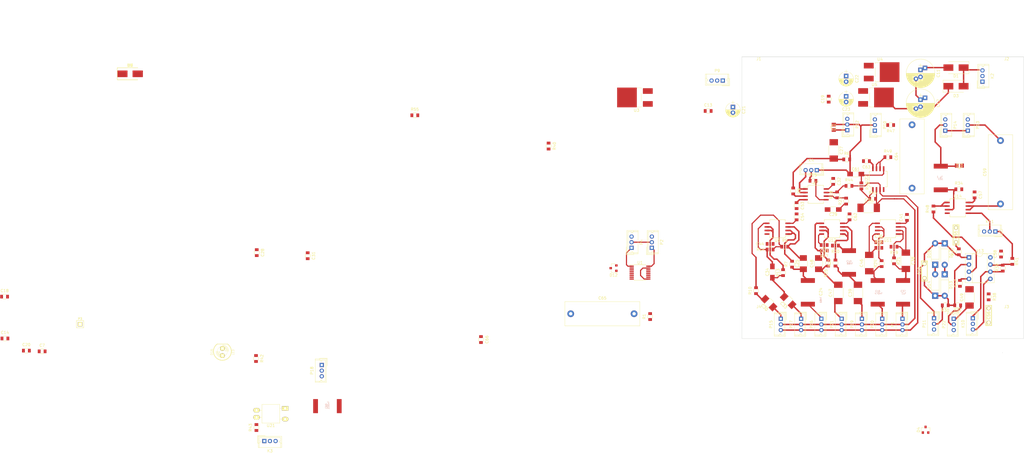
<source format=kicad_pcb>
(kicad_pcb (version 4) (host pcbnew 4.0.7-e0-6372~58~ubuntu16.10.1)
  (layers (0 F.Cu signal) (31 B.Cu signal) (34 B.Paste user) (35 F.Paste user) (36 B.SilkS user) (37 F.SilkS user) (38 B.Mask user) (39 F.Mask user) (44 Edge.Cuts user))
  (net 0 "")
  (net 1 100HZ)
  (net 2 1600HZ)
  (net 3 200HZ)
  (net 4 3200HZ)
  (net 5 400HZ)
  (net 6 6400HZ)
  (net 7 800HZ)
  (net 8 9V)
  (net 9 AGND)
  (net 10 EQCIRCUITIN)
  (net 11 EQCIRCUITOUT)
  (net 12 NegativeEQ)
  (net 13 PositiveEQ)
  (net 14 TSCIRCUITIN)
  (net 15 TSCIRCUITOUT)
  (net 16 VDD)
  (net 17 VSS)
  (net 18 WAHFOOT)
  (net 19 "Net-(C7-Pad2)")
  (net 20 "Net-(C13-Pad1)")
  (net 21 "Net-(C12-Pad2)")
  (net 22 "Net-(C18-Pad1)")
  (net 23 "Net-(C24-Pad2)")
  (net 24 "Net-(C25-Pad2)")
  (net 25 "Net-(C27-Pad2)")
  (net 26 "Net-(C29-Pad1)")
  (net 27 "Net-(C30-Pad2)")
  (net 28 "Net-(C33-Pad2)")
  (net 29 "Net-(C34-Pad2)")
  (net 30 "Net-(C36-Pad1)")
  (net 31 "Net-(C37-Pad2)")
  (net 32 "Net-(C38-Pad2)")
  (net 33 "Net-(C39-Pad2)")
  (net 34 "Net-(C40-Pad2)")
  (net 35 "Net-(C45-Pad2)")
  (net 36 "Net-(C46-Pad2)")
  (net 37 "Net-(C47-Pad2)")
  (net 38 "Net-(C48-Pad2)")
  (net 39 "Net-(C49-Pad1)")
  (net 40 "Net-(C51-Pad2)")
  (net 41 "Net-(C52-Pad1)")
  (net 42 "Net-(C52-Pad2)")
  (net 43 "Net-(C55-Pad2)")
  (net 44 "Net-(C56-Pad1)")
  (net 45 "Net-(C56-Pad2)")
  (net 46 "Net-(C59-Pad1)")
  (net 47 "Net-(C60-Pad1)")
  (net 48 "Net-(C61-Pad2)")
  (net 49 "Net-(C64-Pad1)")
  (net 50 "Net-(C11-Pad1)")
  (net 51 "Net-(D1-Pad1)")
  (net 52 "Net-(D13-Pad1)")
  (net 53 "Net-(D14-Pad2)")
  (net 54 "Net-(C22-Pad1)")
  (net 55 "Net-(C23-Pad2)")
  (net 56 "Net-(K3-Pad1)")
  (net 57 "Net-(K3-Pad2)")
  (net 58 "Net-(K3-Pad3)")
  (net 59 "Net-(K4-Pad2)")
  (net 60 "Net-(K4-Pad3)")
  (net 61 "Net-(K10-Pad1)")
  (net 62 "Net-(K11-Pad1)")
  (net 63 "Net-(K11-Pad2)")
  (net 64 "Net-(P22-Pad2)")
  (net 65 "Net-(R7-Pad2)")
  (net 66 "Net-(R9-Pad2)")
  (net 67 "Net-(R13-Pad2)")
  (net 68 "Net-(R15-Pad2)")
  (net 69 "Net-(R18-Pad1)")
  (net 70 "Net-(R18-Pad2)")
  (net 71 "Net-(R21-Pad2)")
  (net 72 "Net-(R23-Pad2)")
  (net 73 "Net-(R24-Pad2)")
  (net 74 "Net-(R25-Pad2)")
  (net 75 "Net-(R39-Pad1)")
  (net 76 "Net-(R42-Pad2)")
  (net 77 "Net-(R48-Pad1)")
  (net 78 "Net-(R48-Pad2)")
  (net 79 "Net-(R49-Pad1)")
  (net 80 "Net-(D5-Pad2)")
  (net 81 GNDA)
  (net 82 "Net-(P11-Pad2)")
  (net 83 GND)
  (net 84 WAHGND)
  (net 85 Direct_Wah_Out)
  (net 86 WAH_IN)
  (net 87 "Net-(U1-Pad15)")
  (module Housings_SOIC:SO-8_5.3x6.2mm_Pitch1.27mm (layer F.Cu) (at 69.8 79 180)
    (fp_text reference U11 (at 0 -4.13 180) (layer F.SilkS))
    (fp_text value OPA1642)
    (pad 1 smd rect (at -3.7 -1.905 180) (size 1.75 0.55) (layers F.Cu F.Paste F.Mask) (net 71 "Net-(R21-Pad2)"))
    (pad 2 smd rect (at -3.7 -0.635 180) (size 1.75 0.55) (layers F.Cu F.Paste F.Mask) (net 71 "Net-(R21-Pad2)"))
    (pad 3 smd rect (at -3.7 0.635 180) (size 1.75 0.55) (layers F.Cu F.Paste F.Mask) (net 32 "Net-(C38-Pad2)"))
    (pad 4 smd rect (at -3.7 1.905 180) (size 1.75 0.55) (layers F.Cu F.Paste F.Mask) (net 17 VSS))
    (pad 5 smd rect (at 3.7 1.905 180) (size 1.75 0.55) (layers F.Cu F.Paste F.Mask) (net 36 "Net-(C46-Pad2)"))
    (pad 6 smd rect (at 3.7 0.635 180) (size 1.75 0.55) (layers F.Cu F.Paste F.Mask) (net 73 "Net-(R24-Pad2)"))
    (pad 7 smd rect (at 3.7 -0.635 180) (size 1.75 0.55) (layers F.Cu F.Paste F.Mask) (net 73 "Net-(R24-Pad2)"))
    (pad 8 smd rect (at 3.7 -1.905 180) (size 1.75 0.55) (layers F.Cu F.Paste F.Mask) (net 16 VDD))
  )
  (module PIN_ARRAY_1 (layer F.Cu) (at -217.03 112.9)
    (fp_text reference P3 (at 0 -1.905) (layer F.SilkS) (effects (font (size 0.762 0.762) (thickness 0.1524))))
    (fp_text value CHASSISGROUND hide)
    (pad 1 thru_hole rect (at 0 0) (size 1.524 1.524) (drill 1.016) (layers *.Cu *.Mask F.SilkS) (net 19 "Net-(C7-Pad2)"))
  )
  (module LED-5MM (layer F.Cu) (at -166.484 122.806 90)
    (fp_text reference D16 (at 0 -3.81 90) (layer F.SilkS) (effects (font (size 0.762 0.762) (thickness 0.0889))))
    (fp_text value LED (at 0 3.81 90) (layer F.SilkS) (effects (font (size 0.762 0.762) (thickness 0.0889))))
    (pad 1 thru_hole circle (at -1.27 0 90) (size 1.6764 1.6764) (drill 0.8128) (layers *.Cu *.Mask F.SilkS))
    (pad 2 thru_hole circle (at 1.27 0 90) (size 1.6764 1.6764) (drill 0.8128) (layers *.Cu *.Mask F.SilkS))
  )
  (module c_0805 (layer F.Cu) (at 95.2 56.6 180)
    (fp_text reference C50 (at 0 -0.9906 180) (layer F.SilkS) (effects (font (size 0.29972 0.29972) (thickness 0.06096))))
    (fp_text value "68 pF" hide)
    (pad 1 smd rect (at 0.9525 0 180) (size 1.30048 1.4986) (layers F.Cu F.Paste F.Mask) (net 14 TSCIRCUITIN))
    (pad 2 smd rect (at -0.9525 0 180) (size 1.30048 1.4986) (layers F.Cu F.Paste F.Mask) (net 81 GNDA))
  )
  (module c_0805 (layer F.Cu) (at 50.6 43 90)
    (fp_text reference C26 (at 0 -0.9906 90) (layer F.SilkS) (effects (font (size 0.29972 0.29972) (thickness 0.06096))))
    (fp_text value 68p hide)
    (pad 1 smd rect (at 0.9525 0 90) (size 1.30048 1.4986) (layers F.Cu F.Paste F.Mask) (net 9 AGND))
    (pad 2 smd rect (at -0.9525 0 90) (size 1.30048 1.4986) (layers F.Cu F.Paste F.Mask) (net 10 EQCIRCUITIN))
  )
  (module C2 (layer F.Cu) (at 105.6 109.8 90)
    (fp_text reference C56 (at 0 0 90) (layer F.SilkS) (effects (font (size 1.016 1.016) (thickness 0.2032))))
    (fp_text value 22pF hide)
    (pad 1 thru_hole circle (at -2.54 0 90) (size 1.397 1.397) (drill 0.8128) (layers *.Cu *.Mask F.SilkS) (net 44 "Net-(C56-Pad1)"))
    (pad 2 thru_hole circle (at 2.54 0 90) (size 1.397 1.397) (drill 0.8128) (layers *.Cu *.Mask F.SilkS) (net 45 "Net-(C56-Pad2)"))
  )
  (module C2 (layer F.Cu) (at 94 81.2 270)
    (fp_text reference C55 (at 0 0 270) (layer F.SilkS) (effects (font (size 1.016 1.016) (thickness 0.2032))))
    (fp_text value 22pF hide)
    (pad 1 thru_hole circle (at -2.54 0 270) (size 1.397 1.397) (drill 0.8128) (layers *.Cu *.Mask F.SilkS) (net 81 GNDA))
    (pad 2 thru_hole circle (at 2.54 0 270) (size 1.397 1.397) (drill 0.8128) (layers *.Cu *.Mask F.SilkS) (net 43 "Net-(C55-Pad2)"))
  )
  (module C2 (layer F.Cu) (at 82.8 94 270)
    (fp_text reference C52 (at 0 1.8 270) (layer F.SilkS))
    (fp_text value 47p hide)
    (pad 1 thru_hole circle (at -2.54 0 270) (size 1.397 1.397) (drill 0.8128) (layers *.Cu *.Mask F.SilkS) (net 41 "Net-(C52-Pad1)"))
    (pad 2 thru_hole circle (at 2.54 0 270) (size 1.397 1.397) (drill 0.8128) (layers *.Cu *.Mask F.SilkS) (net 42 "Net-(C52-Pad2)"))
  )
  (module Housings_SOIC:SO-8_5.3x6.2mm_Pitch1.27mm (layer F.Cu) (at 30.6 79 180)
    (fp_text reference U6 (at 0 -4.13 180) (layer F.SilkS))
    (fp_text value OPA1642)
    (pad 1 smd rect (at -3.7 -1.905 180) (size 1.75 0.55) (layers F.Cu F.Paste F.Mask) (net 65 "Net-(R7-Pad2)"))
    (pad 2 smd rect (at -3.7 -0.635 180) (size 1.75 0.55) (layers F.Cu F.Paste F.Mask) (net 65 "Net-(R7-Pad2)"))
    (pad 3 smd rect (at -3.7 0.635 180) (size 1.75 0.55) (layers F.Cu F.Paste F.Mask) (net 24 "Net-(C25-Pad2)"))
    (pad 4 smd rect (at -3.7 1.905 180) (size 1.75 0.55) (layers F.Cu F.Paste F.Mask) (net 17 VSS))
    (pad 5 smd rect (at 3.7 1.905 180) (size 1.75 0.55) (layers F.Cu F.Paste F.Mask) (net 29 "Net-(C34-Pad2)"))
    (pad 6 smd rect (at 3.7 0.635 180) (size 1.75 0.55) (layers F.Cu F.Paste F.Mask) (net 67 "Net-(R13-Pad2)"))
    (pad 7 smd rect (at 3.7 -0.635 180) (size 1.75 0.55) (layers F.Cu F.Paste F.Mask) (net 67 "Net-(R13-Pad2)"))
    (pad 8 smd rect (at 3.7 -1.905 180) (size 1.75 0.55) (layers F.Cu F.Paste F.Mask) (net 16 VDD))
  )
  (module Housings_SOIC:SO-8_5.3x6.2mm_Pitch1.27mm (layer F.Cu) (at 44.2 66.8)
    (fp_text reference U7 (at 0 -4.13) (layer F.SilkS))
    (fp_text value OPA1642)
    (pad 1 smd rect (at -3.7 -1.905) (size 1.75 0.55) (layers F.Cu F.Paste F.Mask) (net 60 "Net-(K4-Pad3)"))
    (pad 2 smd rect (at -3.7 -0.635) (size 1.75 0.55) (layers F.Cu F.Paste F.Mask) (net 60 "Net-(K4-Pad3)"))
    (pad 3 smd rect (at -3.7 0.635) (size 1.75 0.55) (layers F.Cu F.Paste F.Mask) (net 66 "Net-(R9-Pad2)"))
    (pad 4 smd rect (at -3.7 1.905) (size 1.75 0.55) (layers F.Cu F.Paste F.Mask) (net 17 VSS))
    (pad 5 smd rect (at 3.7 1.905) (size 1.75 0.55) (layers F.Cu F.Paste F.Mask) (net 68 "Net-(R15-Pad2)"))
    (pad 6 smd rect (at 3.7 0.635) (size 1.75 0.55) (layers F.Cu F.Paste F.Mask) (net 69 "Net-(R18-Pad1)"))
    (pad 7 smd rect (at 3.7 -0.635) (size 1.75 0.55) (layers F.Cu F.Paste F.Mask) (net 70 "Net-(R18-Pad2)"))
    (pad 8 smd rect (at 3.7 -1.905) (size 1.75 0.55) (layers F.Cu F.Paste F.Mask) (net 16 VDD))
  )
  (module Housings_SOIC:SO-8_5.3x6.2mm_Pitch1.27mm (layer F.Cu) (at 50 79 180)
    (fp_text reference U12 (at 0 -4.13 180) (layer F.SilkS))
    (fp_text value OPA1642)
    (pad 1 smd rect (at -3.7 -1.905 180) (size 1.75 0.55) (layers F.Cu F.Paste F.Mask) (net 72 "Net-(R23-Pad2)"))
    (pad 2 smd rect (at -3.7 -0.635 180) (size 1.75 0.55) (layers F.Cu F.Paste F.Mask) (net 72 "Net-(R23-Pad2)"))
    (pad 3 smd rect (at -3.7 0.635 180) (size 1.75 0.55) (layers F.Cu F.Paste F.Mask) (net 34 "Net-(C40-Pad2)"))
    (pad 4 smd rect (at -3.7 1.905 180) (size 1.75 0.55) (layers F.Cu F.Paste F.Mask) (net 17 VSS))
    (pad 5 smd rect (at 3.7 1.905 180) (size 1.75 0.55) (layers F.Cu F.Paste F.Mask) (net 38 "Net-(C48-Pad2)"))
    (pad 6 smd rect (at 3.7 0.635 180) (size 1.75 0.55) (layers F.Cu F.Paste F.Mask) (net 74 "Net-(R25-Pad2)"))
    (pad 7 smd rect (at 3.7 -0.635 180) (size 1.75 0.55) (layers F.Cu F.Paste F.Mask) (net 74 "Net-(R25-Pad2)"))
    (pad 8 smd rect (at 3.7 -1.905 180) (size 1.75 0.55) (layers F.Cu F.Paste F.Mask) (net 16 VDD))
  )
  (module Housings_SOIC:SO-8_5.3x6.2mm_Pitch1.27mm (layer F.Cu) (at 94.6 71.6)
    (fp_text reference U14 (at 0 -4.13) (layer F.SilkS))
    (fp_text value OPA1642)
    (pad 1 smd rect (at -3.7 -1.905) (size 1.75 0.55) (layers F.Cu F.Paste F.Mask) (net 78 "Net-(R48-Pad2)"))
    (pad 2 smd rect (at -3.7 -0.635) (size 1.75 0.55) (layers F.Cu F.Paste F.Mask) (net 78 "Net-(R48-Pad2)"))
    (pad 3 smd rect (at -3.7 0.635) (size 1.75 0.55) (layers F.Cu F.Paste F.Mask) (net 40 "Net-(C51-Pad2)"))
    (pad 4 smd rect (at -3.7 1.905) (size 1.75 0.55) (layers F.Cu F.Paste F.Mask) (net 17 VSS))
    (pad 5 smd rect (at 3.7 1.905) (size 1.75 0.55) (layers F.Cu F.Paste F.Mask) (net 63 "Net-(K11-Pad2)"))
    (pad 6 smd rect (at 3.7 0.635) (size 1.75 0.55) (layers F.Cu F.Paste F.Mask) (net 46 "Net-(C59-Pad1)"))
    (pad 7 smd rect (at 3.7 -0.635) (size 1.75 0.55) (layers F.Cu F.Paste F.Mask) (net 46 "Net-(C59-Pad1)"))
    (pad 8 smd rect (at 3.7 -1.905) (size 1.75 0.55) (layers F.Cu F.Paste F.Mask) (net 16 VDD))
  )
  (module Opto-Devices:Optoisolator_NSL-32 (layer F.Cu) (at -144.2 142.8 180)
    (fp_text reference U21 (at 5.08 -6.11 360) (layer F.SilkS))
    (fp_text value LDRSWITCH)
    (pad 1 thru_hole rect (at 0 0 180) (size 2.29 1.57) (drill 0.81) (layers *.Cu *.Mask F.SilkS) (net 84 WAHGND))
    (pad 2 thru_hole oval (at 0 -3.81 180) (size 2.29 1.57) (drill 0.81) (layers *.Cu *.Mask F.SilkS) (net 58 "Net-(K3-Pad3)"))
    (pad 3 thru_hole oval (at 10.16 -3.17 180) (size 2.29 1.57) (drill 0.81) (layers *.Cu *.Mask F.SilkS) (net 57 "Net-(K3-Pad2)"))
    (pad 4 thru_hole oval (at 10.16 -0.64 180) (size 2.29 1.57) (drill 0.81) (layers *.Cu *.Mask F.SilkS) (net 76 "Net-(R42-Pad2)"))
  )
  (module Housings_SOIC:SO-8_5.3x6.2mm_Pitch1.27mm (layer F.Cu) (at 66.4 61.4 90)
    (fp_text reference U22 (at 0 -4.13 90) (layer F.SilkS))
    (fp_text value OPA1642)
    (pad 1 smd rect (at -3.7 -1.905 90) (size 1.75 0.55) (layers F.Cu F.Paste F.Mask) (net 30 "Net-(C36-Pad1)"))
    (pad 2 smd rect (at -3.7 -0.635 90) (size 1.75 0.55) (layers F.Cu F.Paste F.Mask) (net 12 NegativeEQ))
    (pad 3 smd rect (at -3.7 0.635 90) (size 1.75 0.55) (layers F.Cu F.Paste F.Mask) (net 13 PositiveEQ))
    (pad 4 smd rect (at -3.7 1.905 90) (size 1.75 0.55) (layers F.Cu F.Paste F.Mask) (net 17 VSS))
    (pad 5 smd rect (at 3.7 1.905 90) (size 1.75 0.55) (layers F.Cu F.Paste F.Mask) (net 48 "Net-(C61-Pad2)"))
    (pad 6 smd rect (at 3.7 0.635 90) (size 1.75 0.55) (layers F.Cu F.Paste F.Mask) (net 79 "Net-(R49-Pad1)"))
    (pad 7 smd rect (at 3.7 -0.635 90) (size 1.75 0.55) (layers F.Cu F.Paste F.Mask) (net 79 "Net-(R49-Pad1)"))
    (pad 8 smd rect (at 3.7 -1.905 90) (size 1.75 0.55) (layers F.Cu F.Paste F.Mask) (net 16 VDD))
  )
  (module Diodes_SMD:D_SMB_Handsoldering (layer F.Cu) (at -199.25 24)
    (fp_text reference D5 (at 0 -3) (layer F.SilkS))
    (fp_text value BY500)
    (pad 1 smd rect (at -2.7 0) (size 3.5 2.3) (layers F.Cu F.Paste F.Mask) (net 83 GND))
    (pad 2 smd rect (at 2.7 0) (size 3.5 2.3) (layers F.Cu F.Paste F.Mask) (net 80 "Net-(D5-Pad2)"))
  )
  (module Diodes_SMD:D_SMB_Handsoldering (layer F.Cu) (at -199.25 24)
    (fp_text reference D6 (at 0 -3) (layer F.SilkS))
    (fp_text value BY500)
    (pad 1 smd rect (at -2.7 0) (size 3.5 2.3) (layers F.Cu F.Paste F.Mask) (net 19 "Net-(C7-Pad2)"))
    (pad 2 smd rect (at 2.7 0) (size 3.5 2.3) (layers F.Cu F.Paste F.Mask) (net 80 "Net-(D5-Pad2)"))
  )
  (module Diodes_SMD:D_SMB_Handsoldering (layer F.Cu) (at -199.25 24)
    (fp_text reference D7 (at 0 -3) (layer F.SilkS))
    (fp_text value BY500)
    (pad 1 smd rect (at -2.7 0) (size 3.5 2.3) (layers F.Cu F.Paste F.Mask) (net 80 "Net-(D5-Pad2)"))
    (pad 2 smd rect (at 2.7 0) (size 3.5 2.3) (layers F.Cu F.Paste F.Mask) (net 83 GND))
  )
  (module Diodes_SMD:D_SMB_Handsoldering (layer F.Cu) (at -199.25 24)
    (fp_text reference D8 (at 0 -3) (layer F.SilkS))
    (fp_text value BY500)
    (pad 1 smd rect (at -2.7 0) (size 3.5 2.3) (layers F.Cu F.Paste F.Mask) (net 80 "Net-(D5-Pad2)"))
    (pad 2 smd rect (at 2.7 0) (size 3.5 2.3) (layers F.Cu F.Paste F.Mask) (net 19 "Net-(C7-Pad2)"))
  )
  (module Resistors_SMD_Addons:R_0805_HandSolder (layer F.Cu) (at -230.492 122.552)
    (fp_text reference C7 (at 0 -2.1) (layer F.SilkS))
    (fp_text value "100 nF")
    (pad 1 smd rect (at -1.05 0) (size 1 1.3) (layers F.Cu F.Paste F.Mask) (net 83 GND))
    (pad 2 smd rect (at 1.05 0) (size 1 1.3) (layers F.Cu F.Paste F.Mask) (net 19 "Net-(C7-Pad2)"))
  )
  (module Resistors_SMD_Addons:R_0805_HandSolder (layer F.Cu) (at 6 37.2)
    (fp_text reference C13 (at 0 -2.1) (layer F.SilkS))
    (fp_text value "100 nF")
    (pad 1 smd rect (at -1.05 0) (size 1 1.3) (layers F.Cu F.Paste F.Mask) (net 20 "Net-(C13-Pad1)"))
    (pad 2 smd rect (at 1.05 0) (size 1 1.3) (layers F.Cu F.Paste F.Mask) (net 83 GND))
  )
  (module Resistors_SMD_Addons:R_0805_HandSolder (layer F.Cu) (at -243.7 117.98)
    (fp_text reference C14 (at 0 -2.1) (layer F.SilkS))
    (fp_text value "100 nF")
    (pad 1 smd rect (at -1.05 0) (size 1 1.3) (layers F.Cu F.Paste F.Mask) (net 83 GND))
    (pad 2 smd rect (at 1.05 0) (size 1 1.3) (layers F.Cu F.Paste F.Mask) (net 21 "Net-(C12-Pad2)"))
  )
  (module Resistors_SMD_Addons:R_0805_HandSolder (layer F.Cu) (at -243.827 103.121)
    (fp_text reference C18 (at 0 -2.1) (layer F.SilkS))
    (fp_text value "100 nF")
    (pad 1 smd rect (at -1.05 0) (size 1 1.3) (layers F.Cu F.Paste F.Mask) (net 22 "Net-(C18-Pad1)"))
    (pad 2 smd rect (at 1.05 0) (size 1 1.3) (layers F.Cu F.Paste F.Mask) (net 83 GND))
  )
  (module Resistors_SMD_Addons:R_0805_HandSolder (layer F.Cu) (at 48.8 33 90)
    (fp_text reference C19 (at 0 -2.1 90) (layer F.SilkS))
    (fp_text value "100 nF")
    (pad 1 smd rect (at -1.05 0 90) (size 1 1.3) (layers F.Cu F.Paste F.Mask))
    (pad 2 smd rect (at 1.05 0 90) (size 1 1.3) (layers F.Cu F.Paste F.Mask) (net 83 GND))
  )
  (module Resistors_SMD_Addons:R_0805_HandSolder (layer F.Cu) (at -236.08 122.298)
    (fp_text reference C20 (at 0 -2.1) (layer F.SilkS))
    (fp_text value "100 nF")
    (pad 1 smd rect (at -1.05 0) (size 1 1.3) (layers F.Cu F.Paste F.Mask) (net 83 GND))
    (pad 2 smd rect (at 1.05 0) (size 1 1.3) (layers F.Cu F.Paste F.Mask))
  )
  (module Capacitors_SMD_Addons:Capacitor-Wima-SMD2824-63v-L7,2 (layer F.Cu) (at 41.4 101.6)
    (fp_text reference C24 (at 4.6 -0.2 90) (layer F.SilkS))
    (fp_text value 68nF (at 4.6 2.6 90) (layer B.SilkS) (effects (font (size 0.6096 0.6096) (thickness 0.0889))))
    (pad 1 smd rect (at 0 4.2) (size 5 1.7) (layers F.Cu F.Paste F.Mask) (net 2 1600HZ))
    (pad 2 smd rect (at 0 -4.2) (size 5 1.7) (layers F.Cu F.Paste F.Mask) (net 23 "Net-(C24-Pad2)"))
  )
  (module Capacitors_SMD:C_1210_HandSoldering (layer F.Cu) (at 39.8 91.4 90)
    (fp_text reference C25 (at 0 -2.2 90) (layer F.SilkS))
    (fp_text value 15nF)
    (pad 1 smd rect (at -2 0 90) (size 2 2.5) (layers F.Cu F.Paste F.Mask) (net 23 "Net-(C24-Pad2)"))
    (pad 2 smd rect (at 2 0 90) (size 2 2.5) (layers F.Cu F.Paste F.Mask) (net 24 "Net-(C25-Pad2)"))
  )
  (module Capacitors_SMD:C_1812_HandSoldering (layer F.Cu) (at 50.6 51.2 270)
    (fp_text reference C27 (at 0 -2.75 270) (layer F.SilkS))
    (fp_text value 47n)
    (pad 1 smd rect (at -2.9 0 270) (size 2.2 3) (layers F.Cu F.Paste F.Mask) (net 10 EQCIRCUITIN))
    (pad 2 smd rect (at 2.9 0 270) (size 2.2 3) (layers F.Cu F.Paste F.Mask) (net 25 "Net-(C27-Pad2)"))
  )
  (module Resistors_SMD_Addons:R_0805_HandSolder (layer F.Cu) (at -154.292 87.5 270)
    (fp_text reference C28 (at 0 -2.1 270) (layer F.SilkS))
    (fp_text value 100nF)
    (pad 1 smd rect (at -1.05 0 270) (size 1 1.3) (layers F.Cu F.Paste F.Mask) (net 17 VSS))
    (pad 2 smd rect (at 1.05 0 270) (size 1 1.3) (layers F.Cu F.Paste F.Mask) (net 83 GND))
  )
  (module Capacitors_SMD:C_1206_HandSoldering (layer F.Cu) (at 50.4 72.2 180)
    (fp_text reference C29 (at 0 -1.75 180) (layer F.SilkS))
    (fp_text value 10n)
    (pad 1 smd rect (at -2 0 180) (size 2 1.6) (layers F.Cu F.Paste F.Mask) (net 26 "Net-(C29-Pad1)"))
    (pad 2 smd rect (at 2 0 180) (size 2 1.6) (layers F.Cu F.Paste F.Mask) (net 9 AGND))
  )
  (module Capacitors_SMD:C_1210_HandSoldering (layer F.Cu) (at 27.6 105.4 135)
    (fp_text reference C30 (at 0 -2.25 135) (layer F.SilkS))
    (fp_text value 33nF)
    (pad 1 smd rect (at -2 0 135) (size 2 2.5) (layers F.Cu F.Paste F.Mask) (net 6 6400HZ))
    (pad 2 smd rect (at 2 0 135) (size 2 2.5) (layers F.Cu F.Paste F.Mask) (net 27 "Net-(C30-Pad2)"))
  )
  (module Capacitors_SMD:C_1210_HandSoldering (layer F.Cu) (at 34.4 104.6 135)
    (fp_text reference C33 (at 0 -2.25 135) (layer F.SilkS))
    (fp_text value 33nF)
    (pad 1 smd rect (at -2 0 135) (size 2 2.5) (layers F.Cu F.Paste F.Mask) (net 4 3200HZ))
    (pad 2 smd rect (at 2 0 135) (size 2 2.5) (layers F.Cu F.Paste F.Mask) (net 28 "Net-(C33-Pad2)"))
  )
  (module Capacitors_SMD:C_1206_HandSoldering (layer F.Cu) (at 28.8 94.4 90)
    (fp_text reference C34 (at 0 -1.8 90) (layer F.SilkS))
    (fp_text value 6.8nF)
    (pad 1 smd rect (at -2 0 90) (size 2 1.6) (layers F.Cu F.Paste F.Mask) (net 28 "Net-(C33-Pad2)"))
    (pad 2 smd rect (at 2 0 90) (size 2 1.6) (layers F.Cu F.Paste F.Mask) (net 29 "Net-(C34-Pad2)"))
  )
  (module Capacitors_SMD_Addons:Capacitor-Wima-SMD2824-63v-L7,2 (layer F.Cu) (at 66.2 101.6)
    (fp_text reference C45 (at 0.02286 -0.40386) (layer B.SilkS) (effects (font (size 0.6096 0.6096) (thickness 0.0889))))
    (fp_text value 470nF (at 0.32766 0.3937) (layer B.SilkS) (effects (font (size 0.6096 0.6096) (thickness 0.0889))))
    (pad 1 smd rect (at 0 4.2) (size 5 1.7) (layers F.Cu F.Paste F.Mask) (net 3 200HZ))
    (pad 2 smd rect (at 0 -4.2) (size 5 1.7) (layers F.Cu F.Paste F.Mask) (net 35 "Net-(C45-Pad2)"))
  )
  (module Capacitors_SMD:C_1210_HandSoldering (layer F.Cu) (at 45.2 91.4 90)
    (fp_text reference C48 (at 0 -2.4 90) (layer F.SilkS))
    (fp_text value 33nF)
    (pad 1 smd rect (at -2 0 90) (size 2 2.5) (layers F.Cu F.Paste F.Mask) (net 37 "Net-(C47-Pad2)"))
    (pad 2 smd rect (at 2 0 90) (size 2 2.5) (layers F.Cu F.Paste F.Mask) (net 38 "Net-(C48-Pad2)"))
  )
  (module Capacitors_SMD:C_1812_HandSoldering (layer F.Cu) (at 98.8 103.4 90)
    (fp_text reference C49 (at 0 -2.75 90) (layer F.SilkS))
    (fp_text value 47nF)
    (pad 1 smd rect (at -2.9 0 90) (size 2.2 3) (layers F.Cu F.Paste F.Mask) (net 39 "Net-(C49-Pad1)"))
    (pad 2 smd rect (at 2.9 0 90) (size 2.2 3) (layers F.Cu F.Paste F.Mask) (net 9 AGND))
  )
  (module Capacitors_SMD:C_1206_HandSoldering (layer F.Cu) (at 58.4 59.6)
    (fp_text reference C61 (at 0 -1.75) (layer F.SilkS))
    (fp_text value 10nF)
    (pad 1 smd rect (at -2 0) (size 2 1.6) (layers F.Cu F.Paste F.Mask) (net 9 AGND))
    (pad 2 smd rect (at 2 0) (size 2 1.6) (layers F.Cu F.Paste F.Mask) (net 48 "Net-(C61-Pad2)"))
  )
  (module Diodes_SMD:D_SMB_Handsoldering (layer F.Cu) (at 94 21.8 180)
    (fp_text reference D1 (at 0 -3 180) (layer F.SilkS))
    (fp_text value DIODE)
    (pad 1 smd rect (at -2.7 0 180) (size 3.5 2.3) (layers F.Cu F.Paste F.Mask) (net 51 "Net-(D1-Pad1)"))
    (pad 2 smd rect (at 2.7 0 180) (size 3.5 2.3) (layers F.Cu F.Paste F.Mask) (net 50 "Net-(C11-Pad1)"))
  )
  (module Diodes_SMD:D_SMB_Handsoldering (layer F.Cu) (at 94 28.4)
    (fp_text reference D3 (at 0 3.4) (layer F.SilkS))
    (fp_text value DIODE)
    (pad 1 smd rect (at -2.7 0) (size 3.5 2.3) (layers F.Cu F.Paste F.Mask) (net 21 "Net-(C12-Pad2)"))
    (pad 2 smd rect (at 2.7 0) (size 3.5 2.3) (layers F.Cu F.Paste F.Mask) (net 51 "Net-(D1-Pad1)"))
  )
  (module Diodes_ThroughHole:D_DO-41_SOD81_P7.62mm_Horizontal (layer F.Cu) (at 90 95.2 270)
    (fp_text reference D13 (at 3.8 -2.2 270) (layer F.SilkS))
    (fp_text value DIODE)
    (pad 1 thru_hole rect (at 0 0 270) (size 2.2 2.2) (drill 1.1) (layers *.Cu *.Mask) (net 52 "Net-(D13-Pad1)"))
    (pad 2 thru_hole oval (at 7.62 0 270) (size 2.2 2.2) (drill 1.1) (layers *.Cu *.Mask) (net 42 "Net-(C52-Pad2)"))
  )
  (module Diodes_ThroughHole:D_DO-41_SOD81_P7.62mm_Horizontal (layer F.Cu) (at 86.6 102.8 90)
    (fp_text reference D14 (at 3.8 -2.2 90) (layer F.SilkS))
    (fp_text value DIODE)
    (pad 1 thru_hole rect (at 0 0 90) (size 2.2 2.2) (drill 1.1) (layers *.Cu *.Mask) (net 42 "Net-(C52-Pad2)"))
    (pad 2 thru_hole oval (at 7.62 0 90) (size 2.2 2.2) (drill 1.1) (layers *.Cu *.Mask) (net 53 "Net-(D14-Pad2)"))
  )
  (module Diodes_ThroughHole:D_DO-41_SOD81_P7.62mm_Horizontal (layer F.Cu) (at 90 84.2 270)
    (fp_text reference D17 (at 3.8 -2.2 270) (layer F.SilkS))
    (fp_text value DIODE)
    (pad 1 thru_hole rect (at 0 0 270) (size 2.2 2.2) (drill 1.1) (layers *.Cu *.Mask) (net 41 "Net-(C52-Pad1)"))
    (pad 2 thru_hole oval (at 7.62 0 270) (size 2.2 2.2) (drill 1.1) (layers *.Cu *.Mask) (net 52 "Net-(D13-Pad1)"))
  )
  (module Diodes_ThroughHole:D_DO-41_SOD81_P7.62mm_Horizontal (layer F.Cu) (at 86.6 91.8 90)
    (fp_text reference D18 (at 3.8 -2.2 90) (layer F.SilkS))
    (fp_text value DIODE)
    (pad 1 thru_hole rect (at 0 0 90) (size 2.2 2.2) (drill 1.1) (layers *.Cu *.Mask) (net 53 "Net-(D14-Pad2)"))
    (pad 2 thru_hole oval (at 7.62 0 90) (size 2.2 2.2) (drill 1.1) (layers *.Cu *.Mask) (net 41 "Net-(C52-Pad1)"))
  )
  (module Resistors_SMD_Addons:R_0805_HandSolder (layer F.Cu) (at 33.2 85.4 180)
    (fp_text reference R5 (at 0 2.2 180) (layer F.SilkS))
    (fp_text value 20K)
    (pad 1 smd rect (at -1.05 0 180) (size 1 1.3) (layers F.Cu F.Paste F.Mask) (net 24 "Net-(C25-Pad2)"))
    (pad 2 smd rect (at 1.05 0 180) (size 1 1.3) (layers F.Cu F.Paste F.Mask) (net 9 AGND))
  )
  (module Resistors_SMD_Addons:R_0805_HandSolder (layer F.Cu) (at 55.2 54.4)
    (fp_text reference R6 (at 0 -2.1) (layer F.SilkS))
    (fp_text value 1M)
    (pad 1 smd rect (at -1.05 0) (size 1 1.3) (layers F.Cu F.Paste F.Mask) (net 25 "Net-(C27-Pad2)"))
    (pad 2 smd rect (at 1.05 0) (size 1 1.3) (layers F.Cu F.Paste F.Mask) (net 9 AGND))
  )
  (module Resistors_SMD_Addons:R_0805_HandSolder (layer F.Cu) (at 35.8 91.6 90)
    (fp_text reference R7 (at 0 -2.1 90) (layer F.SilkS))
    (fp_text value 470r)
    (pad 1 smd rect (at -1.05 0 90) (size 1 1.3) (layers F.Cu F.Paste F.Mask) (net 23 "Net-(C24-Pad2)"))
    (pad 2 smd rect (at 1.05 0 90) (size 1 1.3) (layers F.Cu F.Paste F.Mask) (net 65 "Net-(R7-Pad2)"))
  )
  (module Resistors_SMD_Addons:R_0805_HandSolder (layer F.Cu) (at 36.2 65.6 270)
    (fp_text reference R9 (at 0 -2.1 270) (layer F.SilkS))
    (fp_text value 470R)
    (pad 1 smd rect (at -1.05 0 270) (size 1 1.3) (layers F.Cu F.Paste F.Mask) (net 25 "Net-(C27-Pad2)"))
    (pad 2 smd rect (at 1.05 0 270) (size 1 1.3) (layers F.Cu F.Paste F.Mask) (net 66 "Net-(R9-Pad2)"))
  )
  (module Resistors_SMD_Addons:R_0805_HandSolder (layer F.Cu) (at 23 101 90)
    (fp_text reference R10 (at 0 -2.1 90) (layer F.SilkS))
    (fp_text value 1K)
    (pad 1 smd rect (at -1.05 0 90) (size 1 1.3) (layers F.Cu F.Paste F.Mask) (net 27 "Net-(C30-Pad2)"))
    (pad 2 smd rect (at 1.05 0 90) (size 1 1.3) (layers F.Cu F.Paste F.Mask) (net 9 AGND))
  )
  (module Resistors_SMD_Addons:R_0805_HandSolder (layer F.Cu) (at 32.6 94.6 90)
    (fp_text reference R13 (at 0 -1.8 90) (layer F.SilkS))
    (fp_text value 470r)
    (pad 1 smd rect (at -1.05 0 90) (size 1 1.3) (layers F.Cu F.Paste F.Mask) (net 28 "Net-(C33-Pad2)"))
    (pad 2 smd rect (at 1.05 0 90) (size 1 1.3) (layers F.Cu F.Paste F.Mask) (net 67 "Net-(R13-Pad2)"))
  )
  (module Resistors_SMD_Addons:R_0805_HandSolder (layer F.Cu) (at 28 86.4)
    (fp_text reference R14 (at -3.4 0) (layer F.SilkS))
    (fp_text value 24K)
    (pad 1 smd rect (at -1.05 0) (size 1 1.3) (layers F.Cu F.Paste F.Mask) (net 29 "Net-(C34-Pad2)"))
    (pad 2 smd rect (at 1.05 0) (size 1 1.3) (layers F.Cu F.Paste F.Mask) (net 9 AGND))
  )
  (module Resistors_SMD_Addons:R_0805_HandSolder (layer F.Cu) (at 43.2 62)
    (fp_text reference R15 (at 0 -2.1) (layer F.SilkS))
    (fp_text value 0-1K)
    (pad 1 smd rect (at -1.05 0) (size 1 1.3) (layers F.Cu F.Paste F.Mask) (net 59 "Net-(K4-Pad2)"))
    (pad 2 smd rect (at 1.05 0) (size 1 1.3) (layers F.Cu F.Paste F.Mask) (net 68 "Net-(R15-Pad2)"))
  )
  (module Resistors_SMD_Addons:R_0805_HandSolder (layer F.Cu) (at 51.8 67 90)
    (fp_text reference R18 (at 0 -2.1 90) (layer F.SilkS))
    (fp_text value 4K7)
    (pad 1 smd rect (at -1.05 0 90) (size 1 1.3) (layers F.Cu F.Paste F.Mask) (net 69 "Net-(R18-Pad1)"))
    (pad 2 smd rect (at 1.05 0 90) (size 1 1.3) (layers F.Cu F.Paste F.Mask) (net 70 "Net-(R18-Pad2)"))
  )
  (module Resistors_SMD_Addons:R_0805_HandSolder (layer F.Cu) (at 72 85.4 180)
    (fp_text reference R19 (at 0 -2.1 180) (layer F.SilkS))
    (fp_text value 24K)
    (pad 1 smd rect (at -1.05 0 180) (size 1 1.3) (layers F.Cu F.Paste F.Mask) (net 32 "Net-(C38-Pad2)"))
    (pad 2 smd rect (at 1.05 0 180) (size 1 1.3) (layers F.Cu F.Paste F.Mask) (net 9 AGND))
  )
  (module Resistors_SMD_Addons:R_0805_HandSolder (layer F.Cu) (at 51.2 85 180)
    (fp_text reference R20 (at 0 -2.1 180) (layer F.SilkS))
    (fp_text value 22K)
    (pad 1 smd rect (at -1.05 0 180) (size 1 1.3) (layers F.Cu F.Paste F.Mask) (net 34 "Net-(C40-Pad2)"))
    (pad 2 smd rect (at 1.05 0 180) (size 1 1.3) (layers F.Cu F.Paste F.Mask) (net 9 AGND))
  )
  (module Resistors_SMD_Addons:R_0805_HandSolder (layer F.Cu) (at 72 90.4 90)
    (fp_text reference R21 (at 0 1.6 90) (layer F.SilkS))
    (fp_text value 470r)
    (pad 1 smd rect (at -1.05 0 90) (size 1 1.3) (layers F.Cu F.Paste F.Mask) (net 31 "Net-(C37-Pad2)"))
    (pad 2 smd rect (at 1.05 0 90) (size 1 1.3) (layers F.Cu F.Paste F.Mask) (net 71 "Net-(R21-Pad2)"))
  )
  (module Resistors_SMD_Addons:R_0805_HandSolder (layer F.Cu) (at 55 69.2 90)
    (fp_text reference R22 (at 0 -2.1 90) (layer F.SilkS))
    (fp_text value 470R)
    (pad 1 smd rect (at -1.05 0 90) (size 1 1.3) (layers F.Cu F.Paste F.Mask) (net 26 "Net-(C29-Pad1)"))
    (pad 2 smd rect (at 1.05 0 90) (size 1 1.3) (layers F.Cu F.Paste F.Mask) (net 69 "Net-(R18-Pad1)"))
  )
  (module Resistors_SMD_Addons:R_0805_HandSolder (layer F.Cu) (at 51.2 91.2 90)
    (fp_text reference R23 (at 0 -2.1 90) (layer F.SilkS))
    (fp_text value 470r)
    (pad 1 smd rect (at -1.05 0 90) (size 1 1.3) (layers F.Cu F.Paste F.Mask) (net 33 "Net-(C39-Pad2)"))
    (pad 2 smd rect (at 1.05 0 90) (size 1 1.3) (layers F.Cu F.Paste F.Mask) (net 72 "Net-(R23-Pad2)"))
  )
  (module Resistors_SMD_Addons:R_0805_HandSolder (layer F.Cu) (at 67.6 91.4 90)
    (fp_text reference R24 (at 0 -2.1 90) (layer F.SilkS))
    (fp_text value 470r)
    (pad 1 smd rect (at -1.05 0 90) (size 1 1.3) (layers F.Cu F.Paste F.Mask) (net 35 "Net-(C45-Pad2)"))
    (pad 2 smd rect (at 1.05 0 90) (size 1 1.3) (layers F.Cu F.Paste F.Mask) (net 73 "Net-(R24-Pad2)"))
  )
  (module Resistors_SMD_Addons:R_0805_HandSolder (layer F.Cu) (at 48.6 91.2 90)
    (fp_text reference R25 (at -3.6 -0.8 90) (layer F.SilkS))
    (fp_text value 390r)
    (pad 1 smd rect (at -1.05 0 90) (size 1 1.3) (layers F.Cu F.Paste F.Mask) (net 37 "Net-(C47-Pad2)"))
    (pad 2 smd rect (at 1.05 0 90) (size 1 1.3) (layers F.Cu F.Paste F.Mask) (net 74 "Net-(R25-Pad2)"))
  )
  (module Resistors_SMD_Addons:R_0805_HandSolder (layer F.Cu) (at 66.6 85.8)
    (fp_text reference R26 (at 0 -2.1) (layer F.SilkS))
    (fp_text value 20K)
    (pad 1 smd rect (at -1.05 0) (size 1 1.3) (layers F.Cu F.Paste F.Mask) (net 36 "Net-(C46-Pad2)"))
    (pad 2 smd rect (at 1.05 0) (size 1 1.3) (layers F.Cu F.Paste F.Mask) (net 9 AGND))
  )
  (module Resistors_SMD_Addons:R_0805_HandSolder (layer F.Cu) (at 47.2 86.8)
    (fp_text reference R27 (at 0 2) (layer F.SilkS))
    (fp_text value 20K)
    (pad 1 smd rect (at -1.05 0) (size 1 1.3) (layers F.Cu F.Paste F.Mask) (net 38 "Net-(C48-Pad2)"))
    (pad 2 smd rect (at 1.05 0) (size 1 1.3) (layers F.Cu F.Paste F.Mask) (net 9 AGND))
  )
  (module Resistors_SMD_Addons:R_0805_HandSolder (layer F.Cu) (at 90.2 106.2)
    (fp_text reference R30 (at 0 1.8) (layer F.SilkS))
    (fp_text value 47K)
    (pad 1 smd rect (at -1.05 0) (size 1 1.3) (layers F.Cu F.Paste F.Mask) (net 82 "Net-(P11-Pad2)"))
    (pad 2 smd rect (at 1.05 0) (size 1 1.3) (layers F.Cu F.Paste F.Mask) (net 42 "Net-(C52-Pad2)"))
  )
  (module Resistors_SMD_Addons:R_0805_HandSolder (layer F.Cu) (at 94.6 106.2)
    (fp_text reference R31 (at 0 1.6) (layer F.SilkS))
    (fp_text value 1K)
    (pad 1 smd rect (at -1.05 0) (size 1 1.3) (layers F.Cu F.Paste F.Mask) (net 42 "Net-(C52-Pad2)"))
    (pad 2 smd rect (at 1.05 0) (size 1 1.3) (layers F.Cu F.Paste F.Mask) (net 64 "Net-(P22-Pad2)"))
  )
  (module Resistors_SMD_Addons:R_0805_HandSolder (layer F.Cu) (at 95 65)
    (fp_text reference R34 (at 0 -2.1) (layer F.SilkS))
    (fp_text value 1M)
    (pad 1 smd rect (at -1.05 0) (size 1 1.3) (layers F.Cu F.Paste F.Mask) (net 40 "Net-(C51-Pad2)"))
    (pad 2 smd rect (at 1.05 0) (size 1 1.3) (layers F.Cu F.Paste F.Mask) (net 81 GNDA))
  )
  (module Resistors_SMD_Addons:R_0805_HandSolder (layer F.Cu) (at 95 87.2 90)
    (fp_text reference R37 (at 0 -2.1 90) (layer F.SilkS))
    (fp_text value 1K)
    (pad 1 smd rect (at -1.05 0 90) (size 1 1.3) (layers F.Cu F.Paste F.Mask) (net 41 "Net-(C52-Pad1)"))
    (pad 2 smd rect (at 1.05 0 90) (size 1 1.3) (layers F.Cu F.Paste F.Mask) (net 43 "Net-(C55-Pad2)"))
  )
  (module Resistors_SMD_Addons:R_0805_HandSolder (layer F.Cu) (at 105.6 103.2 270)
    (fp_text reference R38 (at 0 -2.1 270) (layer F.SilkS))
    (fp_text value 220R)
    (pad 1 smd rect (at -1.05 0 270) (size 1 1.3) (layers F.Cu F.Paste F.Mask) (net 81 GNDA))
    (pad 2 smd rect (at 1.05 0 270) (size 1 1.3) (layers F.Cu F.Paste F.Mask) (net 45 "Net-(C56-Pad2)"))
  )
  (module Resistors_SMD_Addons:R_0805_HandSolder (layer F.Cu) (at 110.6 93 270)
    (fp_text reference R39 (at -0.2 2 270) (layer F.SilkS))
    (fp_text value 1K)
    (pad 1 smd rect (at -1.05 0 270) (size 1 1.3) (layers F.Cu F.Paste F.Mask) (net 75 "Net-(R39-Pad1)"))
    (pad 2 smd rect (at 1.05 0 270) (size 1 1.3) (layers F.Cu F.Paste F.Mask) (net 61 "Net-(K10-Pad1)"))
  )
  (module Resistors_SMD_Addons:R_0805_HandSolder (layer F.Cu) (at -50.66 49.654 270)
    (fp_text reference R40 (at 0 -2.1 270) (layer F.SilkS))
    (fp_text value 10K)
    (pad 1 smd rect (at -1.05 0 270) (size 1 1.3) (layers F.Cu F.Paste F.Mask) (net 81 GNDA))
    (pad 2 smd rect (at 1.05 0 270) (size 1 1.3) (layers F.Cu F.Paste F.Mask) (net 15 TSCIRCUITOUT))
  )
  (module Resistors_SMD_Addons:R_0805_HandSolder (layer F.Cu) (at 114 90.6 270)
    (fp_text reference R41 (at 0 -1.6 270) (layer F.SilkS))
    (fp_text value 1K)
    (pad 1 smd rect (at -1.05 0 270) (size 1 1.3) (layers F.Cu F.Paste F.Mask) (net 62 "Net-(K11-Pad1)"))
    (pad 2 smd rect (at 1.05 0 270) (size 1 1.3) (layers F.Cu F.Paste F.Mask) (net 75 "Net-(R39-Pad1)"))
  )
  (module Resistors_SMD_Addons:R_0805_HandSolder (layer F.Cu) (at -154.546 125.092 270)
    (fp_text reference R42 (at 0 -2.1 270) (layer F.SilkS))
    (fp_text value 2K2)
    (pad 1 smd rect (at -1.05 0 270) (size 1 1.3) (layers F.Cu F.Paste F.Mask) (net 47 "Net-(C60-Pad1)"))
    (pad 2 smd rect (at 1.05 0 270) (size 1 1.3) (layers F.Cu F.Paste F.Mask) (net 76 "Net-(R42-Pad2)"))
  )
  (module Resistors_SMD_Addons:R_0805_HandSolder (layer F.Cu) (at -154.4 149.6 90)
    (fp_text reference R43 (at 0 -2.1 90) (layer F.SilkS))
    (fp_text value 100K)
    (pad 1 smd rect (at -1.05 0 90) (size 1 1.3) (layers F.Cu F.Paste F.Mask) (net 56 "Net-(K3-Pad1)"))
    (pad 2 smd rect (at 1.05 0 90) (size 1 1.3) (layers F.Cu F.Paste F.Mask) (net 57 "Net-(K3-Pad2)"))
  )
  (module Resistors_SMD_Addons:R_0805_HandSolder (layer F.Cu) (at 56 63.8)
    (fp_text reference R44 (at 0 -2.1) (layer F.SilkS))
    (fp_text value 2K4)
    (pad 1 smd rect (at -1.05 0) (size 1 1.3) (layers F.Cu F.Paste F.Mask) (net 70 "Net-(R18-Pad2)"))
    (pad 2 smd rect (at 1.05 0) (size 1 1.3) (layers F.Cu F.Paste F.Mask) (net 13 PositiveEQ))
  )
  (module Resistors_SMD_Addons:R_0805_HandSolder (layer F.Cu) (at 64.4 68.4)
    (fp_text reference R45 (at 0 -2.1) (layer F.SilkS))
    (fp_text value 2K4)
    (pad 1 smd rect (at -1.05 0) (size 1 1.3) (layers F.Cu F.Paste F.Mask) (net 30 "Net-(C36-Pad1)"))
    (pad 2 smd rect (at 1.05 0) (size 1 1.3) (layers F.Cu F.Paste F.Mask) (net 12 NegativeEQ))
  )
  (module Resistors_SMD_Addons:R_0805_HandSolder (layer F.Cu) (at 60.4 63.8 270)
    (fp_text reference R46 (at 0 -2.1 270) (layer F.SilkS))
    (fp_text value 4K7)
    (pad 1 smd rect (at -1.05 0 270) (size 1 1.3) (layers F.Cu F.Paste F.Mask) (net 48 "Net-(C61-Pad2)"))
    (pad 2 smd rect (at 1.05 0 270) (size 1 1.3) (layers F.Cu F.Paste F.Mask) (net 30 "Net-(C36-Pad1)"))
  )
  (module Resistors_SMD_Addons:R_0805_HandSolder (layer F.Cu) (at 70.8 42.2 180)
    (fp_text reference R47 (at 0 -2.1 180) (layer F.SilkS))
    (fp_text value 10K)
    (pad 1 smd rect (at -1.05 0 180) (size 1 1.3) (layers F.Cu F.Paste F.Mask) (net 11 EQCIRCUITOUT))
    (pad 2 smd rect (at 1.05 0 180) (size 1 1.3) (layers F.Cu F.Paste F.Mask) (net 9 AGND))
  )
  (module Resistors_SMD_Addons:R_0805_HandSolder (layer F.Cu) (at 86 72 90)
    (fp_text reference R48 (at 0 -2.1 90) (layer F.SilkS))
    (fp_text value 0-1K)
    (pad 1 smd rect (at -1.05 0 90) (size 1 1.3) (layers F.Cu F.Paste F.Mask) (net 77 "Net-(R48-Pad1)"))
    (pad 2 smd rect (at 1.05 0 90) (size 1 1.3) (layers F.Cu F.Paste F.Mask) (net 78 "Net-(R48-Pad2)"))
  )
  (module Resistors_SMD_Addons:R_0805_HandSolder (layer F.Cu) (at 69.8 53.6)
    (fp_text reference R49 (at 0 -2.1) (layer F.SilkS))
    (fp_text value 470R)
    (pad 1 smd rect (at -1.05 0) (size 1 1.3) (layers F.Cu F.Paste F.Mask) (net 79 "Net-(R49-Pad1)"))
    (pad 2 smd rect (at 1.05 0) (size 1 1.3) (layers F.Cu F.Paste F.Mask) (net 49 "Net-(C64-Pad1)"))
  )
  (module Resistors_SMD_Addons:R_0805_HandSolder (layer F.Cu) (at -98.158 38.732)
    (fp_text reference R55 (at 0 -2.1) (layer F.SilkS))
    (fp_text value R)
    (pad 1 smd rect (at -1.05 0) (size 1 1.3) (layers F.Cu F.Paste F.Mask) (net 9 AGND))
    (pad 2 smd rect (at 1.05 0) (size 1 1.3) (layers F.Cu F.Paste F.Mask) (net 83 GND))
  )
  (module Housings_DIP:DIP-8_W7.62mm_Socket (layer F.Cu) (at 98.6 89.2)
    (fp_text reference U13 (at 3.81 -2.33) (layer F.SilkS))
    (fp_text value JRC4558D)
    (pad 1 thru_hole rect (at 0 0) (size 1.6 1.6) (drill 0.8) (layers *.Cu *.Mask) (net 41 "Net-(C52-Pad1)"))
    (pad 5 thru_hole oval (at 7.62 7.62) (size 1.6 1.6) (drill 0.8) (layers *.Cu *.Mask) (net 43 "Net-(C55-Pad2)"))
    (pad 2 thru_hole oval (at 0 2.54) (size 1.6 1.6) (drill 0.8) (layers *.Cu *.Mask) (net 42 "Net-(C52-Pad2)"))
    (pad 6 thru_hole oval (at 7.62 5.08) (size 1.6 1.6) (drill 0.8) (layers *.Cu *.Mask) (net 61 "Net-(K10-Pad1)"))
    (pad 3 thru_hole oval (at 0 5.08) (size 1.6 1.6) (drill 0.8) (layers *.Cu *.Mask) (net 77 "Net-(R48-Pad1)"))
    (pad 7 thru_hole oval (at 7.62 2.54) (size 1.6 1.6) (drill 0.8) (layers *.Cu *.Mask) (net 75 "Net-(R39-Pad1)"))
    (pad 4 thru_hole oval (at 0 7.62) (size 1.6 1.6) (drill 0.8) (layers *.Cu *.Mask) (net 17 VSS))
    (pad 8 thru_hole oval (at 7.62 0) (size 1.6 1.6) (drill 0.8) (layers *.Cu *.Mask) (net 16 VDD))
  )
  (module Mounting_Holes:MountingHole_4.3mm_M4 (layer F.Cu) (at 24 24)
    (fp_text reference J1 (at 0 -5.3) (layer F.SilkS))
    (fp_text value CONN_01X01)
    (pad 1 np_thru_hole circle (at 0 0) (size 4.3 4.3) (drill 4.3) (layers *.Cu *.Mask))
  )
  (module Mounting_Holes:MountingHole_4.3mm_M4 (layer F.Cu) (at 112 24)
    (fp_text reference J2 (at 0 -5.3) (layer F.SilkS))
    (fp_text value CONN_01X01)
    (pad 1 np_thru_hole circle (at 0 0) (size 4.3 4.3) (drill 4.3) (layers *.Cu *.Mask))
  )
  (module Mounting_Holes:MountingHole_4.3mm_M4 (layer F.Cu) (at 112 112)
    (fp_text reference J3 (at 0 -5.3) (layer F.SilkS))
    (fp_text value CONN_01X01)
    (pad 1 np_thru_hole circle (at 0 0) (size 4.3 4.3) (drill 4.3) (layers *.Cu *.Mask))
  )
  (module Mounting_Holes:MountingHole_4.3mm_M4 (layer F.Cu) (at 24 112)
    (fp_text reference J4 (at 0 -5.3) (layer F.SilkS))
    (fp_text value CONN_01X01)
    (pad 1 np_thru_hole circle (at 0 0) (size 4.3 4.3) (drill 4.3) (layers *.Cu *.Mask))
  )
  (module Capacitors_ThroughHole:CP_Radial_D10.0mm_P2.50mm_P5.00mm (layer F.Cu) (at 81.4 22.6 270)
    (fp_text reference C11 (at 1.25 -6.31 270) (layer F.SilkS))
    (fp_text value "470 uF")
    (pad 1 thru_hole rect (at 0 0 270) (size 1.6 1.6) (drill 0.8) (layers *.Cu *.Mask) (net 50 "Net-(C11-Pad1)"))
    (pad 2 thru_hole circle (at 2.5 0 270) (size 1.6 1.6) (drill 0.8) (layers *.Cu *.Mask) (net 83 GND))
    (pad 1 thru_hole rect (at -0.670937 -1.6 270) (size 1.6 1.6) (drill 0.8) (layers *.Cu *.Mask) (net 50 "Net-(C11-Pad1)"))
    (pad 2 thru_hole circle (at 3.170937 1.6 270) (size 1.6 1.6) (drill 0.8) (layers *.Cu *.Mask) (net 83 GND))
  )
  (module Capacitors_ThroughHole:CP_Radial_D10.0mm_P2.50mm_P5.00mm (layer F.Cu) (at 81.4 33.2 270)
    (fp_text reference C12 (at 1.25 -6.31 270) (layer F.SilkS))
    (fp_text value "470 uF")
    (pad 1 thru_hole rect (at 0 0 270) (size 1.6 1.6) (drill 0.8) (layers *.Cu *.Mask) (net 83 GND))
    (pad 2 thru_hole circle (at 2.5 0 270) (size 1.6 1.6) (drill 0.8) (layers *.Cu *.Mask) (net 21 "Net-(C12-Pad2)"))
    (pad 1 thru_hole rect (at -0.670937 -1.6 270) (size 1.6 1.6) (drill 0.8) (layers *.Cu *.Mask) (net 83 GND))
    (pad 2 thru_hole circle (at 3.170937 1.6 270) (size 1.6 1.6) (drill 0.8) (layers *.Cu *.Mask) (net 21 "Net-(C12-Pad2)"))
  )
  (module TO_SOT_Packages_SMD:SOT-23 (layer F.Cu) (at 83.2 150.4 90)
    (fp_text reference D4 (at 0 -2.5 90) (layer F.SilkS))
    (fp_text value D_Schottky_x2_Serial_AKC)
    (pad 1 smd rect (at -1 -0.95 90) (size 0.9 0.8) (layers F.Cu F.Paste F.Mask) (net 84 WAHGND))
    (pad 2 smd rect (at -1 0.95 90) (size 0.9 0.8) (layers F.Cu F.Paste F.Mask) (net 8 9V))
    (pad 3 smd rect (at 1 0 90) (size 0.9 0.8) (layers F.Cu F.Paste F.Mask) (net 47 "Net-(C60-Pad1)"))
  )
  (module TO_SOT_Packages_SMD:SOT-23 (layer F.Cu) (at -27.6 93 180)
    (fp_text reference D12 (at 0 -2.5 180) (layer F.SilkS))
    (fp_text value D_Schottky_x2_Serial_AKC)
    (pad 1 smd rect (at -1 -0.95 180) (size 0.9 0.8) (layers F.Cu F.Paste F.Mask) (net 84 WAHGND))
    (pad 2 smd rect (at -1 0.95 180) (size 0.9 0.8) (layers F.Cu F.Paste F.Mask) (net 8 9V))
    (pad 3 smd rect (at 1 0 180) (size 0.9 0.8) (layers F.Cu F.Paste F.Mask) (net 18 WAHFOOT))
  )
  (module Resistors_SMD_Addons:R_0805_HandSolder (layer F.Cu) (at -14.6 110.2 90)
    (fp_text reference R1 (at 0 -2.1 90) (layer F.SilkS))
    (fp_text value R)
    (pad 1 smd rect (at -1.05 0 90) (size 1 1.3) (layers F.Cu F.Paste F.Mask))
    (pad 2 smd rect (at 1.05 0 90) (size 1 1.3) (layers F.Cu F.Paste F.Mask))
  )
  (module Housings_SSOP:TSSOP-16_4.4x5mm_Pitch0.65mm (layer F.Cu) (at -18.2 94.6)
    (fp_text reference U1 (at 0 -3.55) (layer F.SilkS))
    (fp_text value ADG5413F)
    (pad 1 smd rect (at -2.95 -2.275) (size 1.5 0.45) (layers F.Cu F.Paste F.Mask) (net 86 WAH_IN))
    (pad 2 smd rect (at -2.95 -1.625) (size 1.5 0.45) (layers F.Cu F.Paste F.Mask) (net 85 Direct_Wah_Out))
    (pad 3 smd rect (at -2.95 -0.975) (size 1.5 0.45) (layers F.Cu F.Paste F.Mask) (net 18 WAHFOOT))
    (pad 4 smd rect (at -2.95 -0.325) (size 1.5 0.45) (layers F.Cu F.Paste F.Mask) (net 17 VSS))
    (pad 5 smd rect (at -2.95 0.325) (size 1.5 0.45) (layers F.Cu F.Paste F.Mask) (net 84 WAHGND))
    (pad 6 smd rect (at -2.95 0.975) (size 1.5 0.45) (layers F.Cu F.Paste F.Mask) (net 84 WAHGND))
    (pad 7 smd rect (at -2.95 1.625) (size 1.5 0.45) (layers F.Cu F.Paste F.Mask) (net 84 WAHGND))
    (pad 8 smd rect (at -2.95 2.275) (size 1.5 0.45) (layers F.Cu F.Paste F.Mask) (net 84 WAHGND))
    (pad 9 smd rect (at 2.95 2.275) (size 1.5 0.45) (layers F.Cu F.Paste F.Mask) (net 87 "Net-(U1-Pad15)"))
    (pad 10 smd rect (at 2.95 1.625) (size 1.5 0.45) (layers F.Cu F.Paste F.Mask) (net 86 WAH_IN))
    (pad 11 smd rect (at 2.95 0.975) (size 1.5 0.45) (layers F.Cu F.Paste F.Mask) (net 18 WAHFOOT))
    (pad 12 smd rect (at 2.95 0.325) (size 1.5 0.45) (layers F.Cu F.Paste F.Mask))
    (pad 13 smd rect (at 2.95 -0.325) (size 1.5 0.45) (layers F.Cu F.Paste F.Mask) (net 16 VDD))
    (pad 14 smd rect (at 2.95 -0.975) (size 1.5 0.45) (layers F.Cu F.Paste F.Mask) (net 18 WAHFOOT))
    (pad 15 smd rect (at 2.95 -1.625) (size 1.5 0.45) (layers F.Cu F.Paste F.Mask) (net 87 "Net-(U1-Pad15)"))
    (pad 16 smd rect (at 2.95 -2.275) (size 1.5 0.45) (layers F.Cu F.Paste F.Mask) (net 85 Direct_Wah_Out))
  )
  (module TO_SOT_Packages_SMD:TO-252-2_Rectifier (layer F.Cu) (at -20 32.4 180)
    (fp_text reference U3 (at -0.575 -4.55 180) (layer F.SilkS))
    (fp_text value LM7809ACT)
    (pad 1 smd rect (at -4.575 -2.3 90) (size 2 3.5) (layers F.Cu F.Paste F.Mask) (net 20 "Net-(C13-Pad1)"))
    (pad 3 smd rect (at -4.575 2.28 90) (size 2 3.5) (layers F.Cu F.Paste F.Mask) (net 22 "Net-(C18-Pad1)"))
    (pad 2 smd rect (at 2.825 0 90) (size 7 7) (layers F.Cu F.Paste F.Mask) (net 83 GND))
  )
  (module TO_SOT_Packages_SMD:TO-252-2_Rectifier (layer F.Cu) (at 67.6 23.4)
    (fp_text reference U4 (at -0.575 -4.55) (layer F.SilkS))
    (fp_text value LM7815ACT)
    (pad 1 smd rect (at -4.575 -2.3 270) (size 2 3.5) (layers F.Cu F.Paste F.Mask) (net 50 "Net-(C11-Pad1)"))
    (pad 3 smd rect (at -4.575 2.28 270) (size 2 3.5) (layers F.Cu F.Paste F.Mask) (net 54 "Net-(C22-Pad1)"))
    (pad 2 smd rect (at 2.825 0 270) (size 7 7) (layers F.Cu F.Paste F.Mask) (net 83 GND))
  )
  (module TO_SOT_Packages_SMD:TO-252-2_Rectifier (layer F.Cu) (at 65.6 32.4)
    (fp_text reference U5 (at -0.575 -4.55) (layer F.SilkS))
    (fp_text value LM7915CT)
    (pad 1 smd rect (at -4.575 -2.3 270) (size 2 3.5) (layers F.Cu F.Paste F.Mask) (net 83 GND))
    (pad 3 smd rect (at -4.575 2.28 270) (size 2 3.5) (layers F.Cu F.Paste F.Mask) (net 55 "Net-(C23-Pad2)"))
    (pad 2 smd rect (at 2.825 0 270) (size 7 7) (layers F.Cu F.Paste F.Mask) (net 21 "Net-(C12-Pad2)"))
  )
  (module Capacitors_ThroughHole:CP_Radial_D5.0mm_P2.00mm (layer F.Cu) (at 14.8 35.8 270)
    (fp_text reference C21 (at 1 -3.81 270) (layer F.SilkS))
    (fp_text value "10 uF")
    (pad 1 thru_hole rect (at 0 0 270) (size 1.6 1.6) (drill 0.8) (layers *.Cu *.Mask) (net 22 "Net-(C18-Pad1)"))
    (pad 2 thru_hole circle (at 2 0 270) (size 1.6 1.6) (drill 0.8) (layers *.Cu *.Mask) (net 83 GND))
  )
  (module Capacitors_ThroughHole:CP_Radial_D5.0mm_P2.00mm (layer F.Cu) (at 55 24.8 270)
    (fp_text reference C22 (at 1 -3.81 270) (layer F.SilkS))
    (fp_text value "10 uF")
    (pad 1 thru_hole rect (at 0 0 270) (size 1.6 1.6) (drill 0.8) (layers *.Cu *.Mask) (net 54 "Net-(C22-Pad1)"))
    (pad 2 thru_hole circle (at 2 0 270) (size 1.6 1.6) (drill 0.8) (layers *.Cu *.Mask) (net 83 GND))
  )
  (module Capacitors_ThroughHole:CP_Radial_D5.0mm_P2.00mm (layer F.Cu) (at 55 32 270)
    (fp_text reference C23 (at 4.6 0 360) (layer F.SilkS))
    (fp_text value "10 uF")
    (pad 1 thru_hole rect (at 0 0 270) (size 1.6 1.6) (drill 0.8) (layers *.Cu *.Mask) (net 83 GND))
    (pad 2 thru_hole circle (at 2 0 270) (size 1.6 1.6) (drill 0.8) (layers *.Cu *.Mask) (net 55 "Net-(C23-Pad2)"))
  )
  (module Capacitors_ThroughHole:C_Rect_L26.5mm_W8.5mm_P22.50mm_MKS4 (layer F.Cu) (at 109.8 70.2 90)
    (fp_text reference C59 (at 11.25 -5.56 90) (layer F.SilkS))
    (fp_text value 10uF)
    (pad 1 thru_hole circle (at 0 0 90) (size 2.4 2.4) (drill 1.2) (layers *.Cu *.Mask) (net 46 "Net-(C59-Pad1)"))
    (pad 2 thru_hole circle (at 22.5 0 90) (size 2.4 2.4) (drill 1.2) (layers *.Cu *.Mask) (net 15 TSCIRCUITOUT))
  )
  (module Capacitors_ThroughHole:C_Rect_L26.5mm_W8.5mm_P22.50mm_MKS4 (layer F.Cu) (at 78.4 64.6 90)
    (fp_text reference C64 (at 11.25 -5.56 90) (layer F.SilkS))
    (fp_text value 10uF)
    (pad 1 thru_hole circle (at 0 0 90) (size 2.4 2.4) (drill 1.2) (layers *.Cu *.Mask) (net 49 "Net-(C64-Pad1)"))
    (pad 2 thru_hole circle (at 22.5 0 90) (size 2.4 2.4) (drill 1.2) (layers *.Cu *.Mask) (net 11 EQCIRCUITOUT))
  )
  (module Capacitors_ThroughHole:C_Rect_L26.5mm_W8.5mm_P22.50mm_MKS4 (layer F.Cu) (at -42.8 109.2)
    (fp_text reference C65 (at 11.25 -5.56) (layer F.SilkS))
    (fp_text value "10 uF")
    (pad 1 thru_hole circle (at 0 0) (size 2.4 2.4) (drill 1.2) (layers *.Cu *.Mask) (net 8 9V))
    (pad 2 thru_hole circle (at 22.5 0) (size 2.4 2.4) (drill 1.2) (layers *.Cu *.Mask) (net 84 WAHGND))
  )
  (module Connectors_Molex:Molex_MicroLatch-53253-0370_03x2.00mm_Straight (layer F.Cu) (at 103.4 26.8 90)
    (fp_text reference K2 (at 2 3.5 90) (layer F.SilkS))
    (fp_text value CONN_3)
    (pad 1 thru_hole rect (at 0 0 90) (size 1.5 1.5) (drill 0.8) (layers *.Cu *.Mask))
    (pad 2 thru_hole circle (at 2 0 90) (size 1.5 1.5) (drill 0.8) (layers *.Cu *.Mask) (net 83 GND))
    (pad 3 thru_hole circle (at 4 0 90) (size 1.5 1.5) (drill 0.8) (layers *.Cu *.Mask) (net 51 "Net-(D1-Pad1)"))
  )
  (module Connectors_Molex:Molex_MicroLatch-53253-0370_03x2.00mm_Straight (layer F.Cu) (at -151.6 154.4)
    (fp_text reference K3 (at 2 3.5) (layer F.SilkS))
    (fp_text value CONN_3)
    (pad 1 thru_hole rect (at 0 0) (size 1.5 1.5) (drill 0.8) (layers *.Cu *.Mask) (net 56 "Net-(K3-Pad1)"))
    (pad 2 thru_hole circle (at 2 0) (size 1.5 1.5) (drill 0.8) (layers *.Cu *.Mask) (net 57 "Net-(K3-Pad2)"))
    (pad 3 thru_hole circle (at 4 0) (size 1.5 1.5) (drill 0.8) (layers *.Cu *.Mask) (net 58 "Net-(K3-Pad3)"))
  )
  (module Connectors_Molex:Molex_MicroLatch-53253-0370_03x2.00mm_Straight (layer F.Cu) (at 44.6 58.2 180)
    (fp_text reference K4 (at 2 3.5 180) (layer F.SilkS))
    (fp_text value EQLEVEL)
    (pad 1 thru_hole rect (at 0 0 180) (size 1.5 1.5) (drill 0.8) (layers *.Cu *.Mask) (net 9 AGND))
    (pad 2 thru_hole circle (at 2 0 180) (size 1.5 1.5) (drill 0.8) (layers *.Cu *.Mask) (net 59 "Net-(K4-Pad2)"))
    (pad 3 thru_hole circle (at 4 0 180) (size 1.5 1.5) (drill 0.8) (layers *.Cu *.Mask) (net 60 "Net-(K4-Pad3)"))
  )
  (module Connectors_Molex:Molex_MicroLatch-53253-0370_03x2.00mm_Straight (layer F.Cu) (at 100 110.8 270)
    (fp_text reference K10 (at 2 3.5 270) (layer F.SilkS))
    (fp_text value "TONE 25K")
    (pad 1 thru_hole rect (at 0 0 270) (size 1.5 1.5) (drill 0.8) (layers *.Cu *.Mask) (net 61 "Net-(K10-Pad1)"))
    (pad 2 thru_hole circle (at 2 0 270) (size 1.5 1.5) (drill 0.8) (layers *.Cu *.Mask) (net 44 "Net-(C56-Pad1)"))
    (pad 3 thru_hole circle (at 4 0 270) (size 1.5 1.5) (drill 0.8) (layers *.Cu *.Mask) (net 43 "Net-(C55-Pad2)"))
  )
  (module Connectors_Molex:Molex_MicroLatch-53253-0370_03x2.00mm_Straight (layer F.Cu) (at 108 80 180)
    (fp_text reference K11 (at 2 3.5 180) (layer F.SilkS))
    (fp_text value "LEVEL 100K")
    (pad 1 thru_hole rect (at 0 0 180) (size 1.5 1.5) (drill 0.8) (layers *.Cu *.Mask) (net 62 "Net-(K11-Pad1)"))
    (pad 2 thru_hole circle (at 2 0 180) (size 1.5 1.5) (drill 0.8) (layers *.Cu *.Mask) (net 63 "Net-(K11-Pad2)"))
    (pad 3 thru_hole circle (at 4 0 180) (size 1.5 1.5) (drill 0.8) (layers *.Cu *.Mask) (net 81 GNDA))
  )
  (module Connectors_Molex:Molex_MicroLatch-53253-0370_03x2.00mm_Straight (layer F.Cu) (at 75 111 270)
    (fp_text reference P1 (at 2 3.5 270) (layer F.SilkS))
    (fp_text value "TONE 25K")
    (pad 1 thru_hole rect (at 0 0 270) (size 1.5 1.5) (drill 0.8) (layers *.Cu *.Mask) (net 1 100HZ))
    (pad 2 thru_hole circle (at 2 0 270) (size 1.5 1.5) (drill 0.8) (layers *.Cu *.Mask) (net 12 NegativeEQ))
    (pad 3 thru_hole circle (at 4 0 270) (size 1.5 1.5) (drill 0.8) (layers *.Cu *.Mask) (net 13 PositiveEQ))
  )
  (module Connectors_Molex:Molex_MicroLatch-53253-0370_03x2.00mm_Straight (layer F.Cu) (at -14 85.8 90)
    (fp_text reference P2 (at 2 3.5 90) (layer F.SilkS))
    (fp_text value CONN_2)
    (pad 1 thru_hole rect (at 0 0 90) (size 1.5 1.5) (drill 0.8) (layers *.Cu *.Mask) (net 85 Direct_Wah_Out))
    (pad 2 thru_hole circle (at 2 0 90) (size 1.5 1.5) (drill 0.8) (layers *.Cu *.Mask) (net 84 WAHGND))
    (pad 3 thru_hole circle (at 4 0 90) (size 1.5 1.5) (drill 0.8) (layers *.Cu *.Mask))
  )
  (module Connectors_Molex:Molex_MicroLatch-53253-0370_03x2.00mm_Straight (layer F.Cu) (at -21.2 85.8 90)
    (fp_text reference P4 (at 2 3.5 90) (layer F.SilkS))
    (fp_text value CONN_2)
    (pad 1 thru_hole rect (at 0 0 90) (size 1.5 1.5) (drill 0.8) (layers *.Cu *.Mask) (net 86 WAH_IN))
    (pad 2 thru_hole circle (at 2 0 90) (size 1.5 1.5) (drill 0.8) (layers *.Cu *.Mask) (net 84 WAHGND))
    (pad 3 thru_hole circle (at 4 0 90) (size 1.5 1.5) (drill 0.8) (layers *.Cu *.Mask))
  )
  (module Connectors_Molex:Molex_MicroLatch-53253-0370_03x2.00mm_Straight (layer F.Cu) (at 11.2 26.4 180)
    (fp_text reference P9 (at 2 3.5 180) (layer F.SilkS))
    (fp_text value CONN_2)
    (pad 1 thru_hole rect (at 0 0 180) (size 1.5 1.5) (drill 0.8) (layers *.Cu *.Mask) (net 22 "Net-(C18-Pad1)"))
    (pad 2 thru_hole circle (at 2 0 180) (size 1.5 1.5) (drill 0.8) (layers *.Cu *.Mask) (net 83 GND))
    (pad 3 thru_hole circle (at 4 0 180) (size 1.5 1.5) (drill 0.8) (layers *.Cu *.Mask))
  )
  (module Connectors_Molex:Molex_MicroLatch-53253-0370_03x2.00mm_Straight (layer F.Cu) (at 65.2 44.2 90)
    (fp_text reference P10 (at 2 3.5 90) (layer F.SilkS))
    (fp_text value CONN_2)
    (pad 1 thru_hole rect (at 0 0 90) (size 1.5 1.5) (drill 0.8) (layers *.Cu *.Mask) (net 11 EQCIRCUITOUT))
    (pad 2 thru_hole circle (at 2 0 90) (size 1.5 1.5) (drill 0.8) (layers *.Cu *.Mask) (net 9 AGND))
    (pad 3 thru_hole circle (at 4 0 90) (size 1.5 1.5) (drill 0.8) (layers *.Cu *.Mask))
  )
  (module Connectors_Molex:Molex_MicroLatch-53253-0370_03x2.00mm_Straight (layer F.Cu) (at 86.2 110.8 270)
    (fp_text reference P11 (at 2 3.5 270) (layer F.SilkS))
    (fp_text value DRIVEPOT)
    (pad 1 thru_hole rect (at 0 0 270) (size 1.5 1.5) (drill 0.8) (layers *.Cu *.Mask) (net 41 "Net-(C52-Pad1)"))
    (pad 2 thru_hole circle (at 2 0 270) (size 1.5 1.5) (drill 0.8) (layers *.Cu *.Mask) (net 82 "Net-(P11-Pad2)"))
    (pad 3 thru_hole circle (at 4 0 270) (size 1.5 1.5) (drill 0.8) (layers *.Cu *.Mask))
  )
  (module Connectors_Molex:Molex_MicroLatch-53253-0370_03x2.00mm_Straight (layer F.Cu) (at 55.4 44 90)
    (fp_text reference P12 (at 2 3.5 90) (layer F.SilkS))
    (fp_text value CONN_2)
    (pad 1 thru_hole rect (at 0 0 90) (size 1.5 1.5) (drill 0.8) (layers *.Cu *.Mask) (net 10 EQCIRCUITIN))
    (pad 2 thru_hole circle (at 2 0 90) (size 1.5 1.5) (drill 0.8) (layers *.Cu *.Mask) (net 9 AGND))
    (pad 3 thru_hole circle (at 4 0 90) (size 1.5 1.5) (drill 0.8) (layers *.Cu *.Mask))
  )
  (module Connectors_Molex:Molex_MicroLatch-53253-0370_03x2.00mm_Straight (layer F.Cu) (at 98.2 44.2 90)
    (fp_text reference P13 (at 2 3.5 90) (layer F.SilkS))
    (fp_text value CONN_2)
    (pad 1 thru_hole rect (at 0 0 90) (size 1.5 1.5) (drill 0.8) (layers *.Cu *.Mask) (net 81 GNDA))
    (pad 2 thru_hole circle (at 2 0 90) (size 1.5 1.5) (drill 0.8) (layers *.Cu *.Mask) (net 15 TSCIRCUITOUT))
    (pad 3 thru_hole circle (at 4 0 90) (size 1.5 1.5) (drill 0.8) (layers *.Cu *.Mask))
  )
  (module Connectors_Molex:Molex_MicroLatch-53253-0370_03x2.00mm_Straight (layer F.Cu) (at 90.2 44.2 90)
    (fp_text reference P14 (at 2 3.5 90) (layer F.SilkS))
    (fp_text value CONN_2)
    (pad 1 thru_hole rect (at 0 0 90) (size 1.5 1.5) (drill 0.8) (layers *.Cu *.Mask) (net 81 GNDA))
    (pad 2 thru_hole circle (at 2 0 90) (size 1.5 1.5) (drill 0.8) (layers *.Cu *.Mask) (net 14 TSCIRCUITIN))
    (pad 3 thru_hole circle (at 4 0 90) (size 1.5 1.5) (drill 0.8) (layers *.Cu *.Mask))
  )
  (module Connectors_Molex:Molex_MicroLatch-53253-0370_03x2.00mm_Straight (layer F.Cu) (at 31.8 111 270)
    (fp_text reference P15 (at 2 3.5 270) (layer F.SilkS))
    (fp_text value "TONE 25K")
    (pad 1 thru_hole rect (at 0 0 270) (size 1.5 1.5) (drill 0.8) (layers *.Cu *.Mask) (net 6 6400HZ))
    (pad 2 thru_hole circle (at 2 0 270) (size 1.5 1.5) (drill 0.8) (layers *.Cu *.Mask) (net 12 NegativeEQ))
    (pad 3 thru_hole circle (at 4 0 270) (size 1.5 1.5) (drill 0.8) (layers *.Cu *.Mask) (net 13 PositiveEQ))
  )
  (module Connectors_Molex:Molex_MicroLatch-53253-0370_03x2.00mm_Straight (layer F.Cu) (at 46.2 111 270)
    (fp_text reference P16 (at 2 3.5 270) (layer F.SilkS))
    (fp_text value "TONE 25K")
    (pad 1 thru_hole rect (at 0 0 270) (size 1.5 1.5) (drill 0.8) (layers *.Cu *.Mask) (net 2 1600HZ))
    (pad 2 thru_hole circle (at 2 0 270) (size 1.5 1.5) (drill 0.8) (layers *.Cu *.Mask) (net 12 NegativeEQ))
    (pad 3 thru_hole circle (at 4 0 270) (size 1.5 1.5) (drill 0.8) (layers *.Cu *.Mask) (net 13 PositiveEQ))
  )
  (module Connectors_Molex:Molex_MicroLatch-53253-0370_03x2.00mm_Straight (layer F.Cu) (at 39 111 270)
    (fp_text reference P17 (at 2 3.5 270) (layer F.SilkS))
    (fp_text value "TONE 25K")
    (pad 1 thru_hole rect (at 0 0 270) (size 1.5 1.5) (drill 0.8) (layers *.Cu *.Mask) (net 4 3200HZ))
    (pad 2 thru_hole circle (at 2 0 270) (size 1.5 1.5) (drill 0.8) (layers *.Cu *.Mask) (net 12 NegativeEQ))
    (pad 3 thru_hole circle (at 4 0 270) (size 1.5 1.5) (drill 0.8) (layers *.Cu *.Mask) (net 13 PositiveEQ))
  )
  (module Connectors_Molex:Molex_MicroLatch-53253-0370_03x2.00mm_Straight (layer F.Cu) (at -131.2 127.4 270)
    (fp_text reference P18 (at 2 3.5 270) (layer F.SilkS))
    (fp_text value CONN_4)
    (pad 1 thru_hole rect (at 0 0 270) (size 1.5 1.5) (drill 0.8) (layers *.Cu *.Mask))
    (pad 2 thru_hole circle (at 2 0 270) (size 1.5 1.5) (drill 0.8) (layers *.Cu *.Mask))
    (pad 3 thru_hole circle (at 4 0 270) (size 1.5 1.5) (drill 0.8) (layers *.Cu *.Mask) (net 84 WAHGND))
  )
  (module Connectors_Molex:Molex_MicroLatch-53253-0370_03x2.00mm_Straight (layer F.Cu) (at 60.6 111 270)
    (fp_text reference P19 (at 2 3.5 270) (layer F.SilkS))
    (fp_text value "TONE 25K")
    (pad 1 thru_hole rect (at 0 0 270) (size 1.5 1.5) (drill 0.8) (layers *.Cu *.Mask) (net 5 400HZ))
    (pad 2 thru_hole circle (at 2 0 270) (size 1.5 1.5) (drill 0.8) (layers *.Cu *.Mask) (net 12 NegativeEQ))
    (pad 3 thru_hole circle (at 4 0 270) (size 1.5 1.5) (drill 0.8) (layers *.Cu *.Mask) (net 13 PositiveEQ))
  )
  (module Connectors_Molex:Molex_MicroLatch-53253-0370_03x2.00mm_Straight (layer F.Cu) (at 67.8 111 270)
    (fp_text reference P20 (at 2 3.5 270) (layer F.SilkS))
    (fp_text value "TONE 25K")
    (pad 1 thru_hole rect (at 0 0 270) (size 1.5 1.5) (drill 0.8) (layers *.Cu *.Mask) (net 3 200HZ))
    (pad 2 thru_hole circle (at 2 0 270) (size 1.5 1.5) (drill 0.8) (layers *.Cu *.Mask) (net 12 NegativeEQ))
    (pad 3 thru_hole circle (at 4 0 270) (size 1.5 1.5) (drill 0.8) (layers *.Cu *.Mask) (net 13 PositiveEQ))
  )
  (module Connectors_Molex:Molex_MicroLatch-53253-0370_03x2.00mm_Straight (layer F.Cu) (at 53.4 111 270)
    (fp_text reference P21 (at 2 3.5 270) (layer F.SilkS))
    (fp_text value "TONE 25K")
    (pad 1 thru_hole rect (at 0 0 270) (size 1.5 1.5) (drill 0.8) (layers *.Cu *.Mask) (net 7 800HZ))
    (pad 2 thru_hole circle (at 2 0 270) (size 1.5 1.5) (drill 0.8) (layers *.Cu *.Mask) (net 12 NegativeEQ))
    (pad 3 thru_hole circle (at 4 0 270) (size 1.5 1.5) (drill 0.8) (layers *.Cu *.Mask) (net 13 PositiveEQ))
  )
  (module Connectors_Molex:Molex_MicroLatch-53253-0370_03x2.00mm_Straight (layer F.Cu) (at 93.2 111 270)
    (fp_text reference P22 (at 2 3.5 270) (layer F.SilkS))
    (fp_text value VOICE_10K)
    (pad 1 thru_hole rect (at 0 0 270) (size 1.5 1.5) (drill 0.8) (layers *.Cu *.Mask) (net 39 "Net-(C49-Pad1)"))
    (pad 2 thru_hole circle (at 2 0 270) (size 1.5 1.5) (drill 0.8) (layers *.Cu *.Mask) (net 64 "Net-(P22-Pad2)"))
    (pad 3 thru_hole circle (at 4 0 270) (size 1.5 1.5) (drill 0.8) (layers *.Cu *.Mask))
  )
  (module Resistors_SMD_Addons:R_0805_HandSolder (layer F.Cu) (at -136.2 88.6 270)
    (fp_text reference C31 (at 0 -2.1 270) (layer F.SilkS))
    (fp_text value 100n)
    (pad 1 smd rect (at -1.05 0 270) (size 1 1.3) (layers F.Cu F.Paste F.Mask) (net 83 GND))
    (pad 2 smd rect (at 1.05 0 270) (size 1 1.3) (layers F.Cu F.Paste F.Mask) (net 17 VSS))
  )
  (module Resistors_SMD_Addons:R_0805_HandSolder (layer F.Cu) (at 50.4 62.2 270)
    (fp_text reference C32 (at 0 -2.1 270) (layer F.SilkS))
    (fp_text value 100nF)
    (pad 1 smd rect (at -1.05 0 270) (size 1 1.3) (layers F.Cu F.Paste F.Mask) (net 83 GND))
    (pad 2 smd rect (at 1.05 0 270) (size 1 1.3) (layers F.Cu F.Paste F.Mask) (net 16 VDD))
  )
  (module Resistors_SMD_Addons:R_0805_HandSolder (layer F.Cu) (at 66.6 83.8)
    (fp_text reference C35 (at 0 -2.1) (layer F.SilkS))
    (fp_text value 100n)
    (pad 1 smd rect (at -1.05 0) (size 1 1.3) (layers F.Cu F.Paste F.Mask) (net 16 VDD))
    (pad 2 smd rect (at 1.05 0) (size 1 1.3) (layers F.Cu F.Paste F.Mask) (net 83 GND))
  )
  (module Capacitors_SMD:C_1812_HandSoldering (layer F.Cu) (at 63 71.6)
    (fp_text reference C36 (at 0 -2.75) (layer F.SilkS))
    (fp_text value 100nF)
    (pad 1 smd rect (at -2.9 0) (size 2.2 3) (layers F.Cu F.Paste F.Mask) (net 30 "Net-(C36-Pad1)"))
    (pad 2 smd rect (at 2.9 0) (size 2.2 3) (layers F.Cu F.Paste F.Mask) (net 12 NegativeEQ))
  )
  (module Capacitors_SMD_Addons:Capacitor-Wima-SMD2824-63v-L7,2 (layer F.Cu) (at 75.2 101.6)
    (fp_text reference C37 (at 0.02286 -0.40386) (layer B.SilkS) (effects (font (size 0.6096 0.6096) (thickness 0.0889))))
    (fp_text value 1uF (at 0.32766 0.3937) (layer B.SilkS) (effects (font (size 0.6096 0.6096) (thickness 0.0889))))
    (pad 1 smd rect (at 0 4.2) (size 5 1.7) (layers F.Cu F.Paste F.Mask) (net 1 100HZ))
    (pad 2 smd rect (at 0 -4.2) (size 5 1.7) (layers F.Cu F.Paste F.Mask) (net 31 "Net-(C37-Pad2)"))
  )
  (module Capacitors_SMD:C_1812_HandSoldering (layer F.Cu) (at 76.2 90.4 90)
    (fp_text reference C38 (at 0 2.6 90) (layer F.SilkS))
    (fp_text value 220nF)
    (pad 1 smd rect (at -2.9 0 90) (size 2.2 3) (layers F.Cu F.Paste F.Mask) (net 31 "Net-(C37-Pad2)"))
    (pad 2 smd rect (at 2.9 0 90) (size 2.2 3) (layers F.Cu F.Paste F.Mask) (net 32 "Net-(C38-Pad2)"))
  )
  (module Capacitors_SMD:C_1812_HandSoldering (layer F.Cu) (at 59.2 101.8 90)
    (fp_text reference C39 (at 0 -2.75 90) (layer F.SilkS))
    (fp_text value 220nF)
    (pad 1 smd rect (at -2.9 0 90) (size 2.2 3) (layers F.Cu F.Paste F.Mask) (net 5 400HZ))
    (pad 2 smd rect (at 2.9 0 90) (size 2.2 3) (layers F.Cu F.Paste F.Mask) (net 33 "Net-(C39-Pad2)"))
  )
  (module Capacitors_SMD_Addons:Capacitor-Wima-SMD2824-63v-L7,2 (layer F.Cu) (at 56 91)
    (fp_text reference C40 (at 0.02286 -0.40386) (layer B.SilkS) (effects (font (size 0.6096 0.6096) (thickness 0.0889))))
    (fp_text value 68nF (at 0.32766 0.3937) (layer B.SilkS) (effects (font (size 0.6096 0.6096) (thickness 0.0889))))
    (pad 1 smd rect (at 0 4.2) (size 5 1.7) (layers F.Cu F.Paste F.Mask) (net 33 "Net-(C39-Pad2)"))
    (pad 2 smd rect (at 0 -4.2) (size 5 1.7) (layers F.Cu F.Paste F.Mask) (net 34 "Net-(C40-Pad2)"))
  )
  (module Resistors_SMD_Addons:R_0805_HandSolder (layer F.Cu) (at 76.6 75 90)
    (fp_text reference C41 (at 0 -2.1 90) (layer F.SilkS))
    (fp_text value 100nF)
    (pad 1 smd rect (at -1.05 0 90) (size 1 1.3) (layers F.Cu F.Paste F.Mask) (net 17 VSS))
    (pad 2 smd rect (at 1.05 0 90) (size 1 1.3) (layers F.Cu F.Paste F.Mask) (net 83 GND))
  )
  (module Resistors_SMD_Addons:R_0805_HandSolder (layer F.Cu) (at 95.4 98.4 270)
    (fp_text reference C42 (at 0 1.6 270) (layer F.SilkS))
    (fp_text value 100nF)
    (pad 1 smd rect (at -1.05 0 270) (size 1 1.3) (layers F.Cu F.Paste F.Mask) (net 17 VSS))
    (pad 2 smd rect (at 1.05 0 270) (size 1 1.3) (layers F.Cu F.Paste F.Mask) (net 83 GND))
  )
  (module Resistors_SMD_Addons:R_0805_HandSolder (layer F.Cu) (at 47.2 84.8 180)
    (fp_text reference C43 (at 0 -2.1 180) (layer F.SilkS))
    (fp_text value 100nF)
    (pad 1 smd rect (at -1.05 0 180) (size 1 1.3) (layers F.Cu F.Paste F.Mask) (net 83 GND))
    (pad 2 smd rect (at 1.05 0 180) (size 1 1.3) (layers F.Cu F.Paste F.Mask) (net 16 VDD))
  )
  (module Resistors_SMD_Addons:R_0805_HandSolder (layer F.Cu) (at 28 84.4 180)
    (fp_text reference C44 (at 3.6 0 180) (layer F.SilkS))
    (fp_text value 100nF)
    (pad 1 smd rect (at -1.05 0 180) (size 1 1.3) (layers F.Cu F.Paste F.Mask) (net 83 GND))
    (pad 2 smd rect (at 1.05 0 180) (size 1 1.3) (layers F.Cu F.Paste F.Mask) (net 16 VDD))
  )
  (module Capacitors_SMD:C_1812_HandSoldering (layer F.Cu) (at 63.2 91.2 90)
    (fp_text reference C46 (at 0 -2.75 90) (layer F.SilkS))
    (fp_text value 150nF)
    (pad 1 smd rect (at -2.9 0 90) (size 2.2 3) (layers F.Cu F.Paste F.Mask) (net 35 "Net-(C45-Pad2)"))
    (pad 2 smd rect (at 2.9 0 90) (size 2.2 3) (layers F.Cu F.Paste F.Mask) (net 36 "Net-(C46-Pad2)"))
  )
  (module Capacitors_SMD:C_1812_HandSoldering (layer F.Cu) (at 52.2 101.8 90)
    (fp_text reference C47 (at 0 -2.75 90) (layer F.SilkS))
    (fp_text value 150nF)
    (pad 1 smd rect (at -2.9 0 90) (size 2.2 3) (layers F.Cu F.Paste F.Mask) (net 7 800HZ))
    (pad 2 smd rect (at 2.9 0 90) (size 2.2 3) (layers F.Cu F.Paste F.Mask) (net 37 "Net-(C47-Pad2)"))
  )
  (module Capacitors_SMD_Addons:Capacitor-Wima-SMD2824-63v-L7,2 (layer F.Cu) (at 88.6 61 180)
    (fp_text reference C51 (at 0.02286 -0.40386 180) (layer B.SilkS) (effects (font (size 0.6096 0.6096) (thickness 0.0889))))
    (fp_text value "1 uF" (at 0.32766 0.3937 180) (layer B.SilkS) (effects (font (size 0.6096 0.6096) (thickness 0.0889))))
    (pad 1 smd rect (at 0 4.2 180) (size 5 1.7) (layers F.Cu F.Paste F.Mask) (net 14 TSCIRCUITIN))
    (pad 2 smd rect (at 0 -4.2 180) (size 5 1.7) (layers F.Cu F.Paste F.Mask) (net 40 "Net-(C51-Pad2)"))
  )
  (module Resistors_SMD_Addons:R_0805_HandSolder (layer F.Cu) (at 37.4 70.8 270)
    (fp_text reference C53 (at 0 -2.1 270) (layer F.SilkS))
    (fp_text value 100nF)
    (pad 1 smd rect (at -1.05 0 270) (size 1 1.3) (layers F.Cu F.Paste F.Mask) (net 17 VSS))
    (pad 2 smd rect (at 1.05 0 270) (size 1 1.3) (layers F.Cu F.Paste F.Mask) (net 83 GND))
  )
  (module Resistors_SMD_Addons:R_0805_HandSolder (layer F.Cu) (at 37.4 74.8 270)
    (fp_text reference C54 (at 0 -2.1 270) (layer F.SilkS))
    (fp_text value "100 nF")
    (pad 1 smd rect (at -1.05 0 270) (size 1 1.3) (layers F.Cu F.Paste F.Mask) (net 83 GND))
    (pad 2 smd rect (at 1.05 0 270) (size 1 1.3) (layers F.Cu F.Paste F.Mask) (net 17 VSS))
  )
  (module Resistors_SMD_Addons:R_0805_HandSolder (layer F.Cu) (at 100.6 67 270)
    (fp_text reference C57 (at 0 -2.1 270) (layer F.SilkS))
    (fp_text value 100nF)
    (pad 1 smd rect (at -1.05 0 270) (size 1 1.3) (layers F.Cu F.Paste F.Mask) (net 83 GND))
    (pad 2 smd rect (at 1.05 0 270) (size 1 1.3) (layers F.Cu F.Paste F.Mask) (net 16 VDD))
  )
  (module Resistors_SMD_Addons:R_0805_HandSolder (layer F.Cu) (at 110 88 90)
    (fp_text reference C58 (at 0 -2.1 90) (layer F.SilkS))
    (fp_text value "100 nF")
    (pad 1 smd rect (at -1.05 0 90) (size 1 1.3) (layers F.Cu F.Paste F.Mask) (net 16 VDD))
    (pad 2 smd rect (at 1.05 0 90) (size 1 1.3) (layers F.Cu F.Paste F.Mask) (net 83 GND))
  )
  (module Capacitors_SMD_Addons:Capacitor-Wima-SMD2824-63v-L7,2 (layer F.Cu) (at -129.2 142 90)
    (fp_text reference C60 (at 0.02286 -0.40386 90) (layer B.SilkS) (effects (font (size 0.6096 0.6096) (thickness 0.0889))))
    (fp_text value 220nF (at 0.32766 0.3937 90) (layer B.SilkS) (effects (font (size 0.6096 0.6096) (thickness 0.0889))))
    (pad 1 smd rect (at 0 4.2 90) (size 5 1.7) (layers F.Cu F.Paste F.Mask) (net 47 "Net-(C60-Pad1)"))
    (pad 2 smd rect (at 0 -4.2 90) (size 5 1.7) (layers F.Cu F.Paste F.Mask) (net 84 WAHGND))
  )
  (module Resistors_SMD_Addons:R_0805_HandSolder (layer F.Cu) (at 56.2 74.8 270)
    (fp_text reference C62 (at 0 -2.1 270) (layer F.SilkS))
    (fp_text value 100n)
    (pad 1 smd rect (at -1.05 0 270) (size 1 1.3) (layers F.Cu F.Paste F.Mask) (net 83 GND))
    (pad 2 smd rect (at 1.05 0 270) (size 1 1.3) (layers F.Cu F.Paste F.Mask) (net 17 VSS))
  )
  (module Resistors_SMD_Addons:R_0805_HandSolder (layer F.Cu) (at -74.663 118.361 270)
    (fp_text reference C66 (at 0 -2.1 270) (layer F.SilkS))
    (fp_text value "100 nF")
    (pad 1 smd rect (at -1.05 0 270) (size 1 1.3) (layers F.Cu F.Paste F.Mask) (net 8 9V))
    (pad 2 smd rect (at 1.05 0 270) (size 1 1.3) (layers F.Cu F.Paste F.Mask) (net 84 WAHGND))
  )
  (module Resistors_SMD_Addons:R_0805_HandSolder (layer F.Cu) (at 62.2 55 180)
    (fp_text reference C63 (at 0 -2.1 180) (layer F.SilkS))
    (fp_text value 100n)
    (pad 1 smd rect (at -1.05 0 180) (size 1 1.3) (layers F.Cu F.Paste F.Mask) (net 16 VDD))
    (pad 2 smd rect (at 1.05 0 180) (size 1 1.3) (layers F.Cu F.Paste F.Mask) (net 83 GND))
  )
  (gr_line (start 110.6 123) (end 110.4 123) (angle 90) (layer Edge.Cuts) (width 0.1))
  (gr_line (start 118 118) (end 118 18) (angle 90) (layer Edge.Cuts) (width 0.1))
  (gr_line (start 18 118) (end 118 118) (angle 90) (layer Edge.Cuts) (width 0.1))
  (gr_line (start 18 18) (end 18 118) (angle 90) (layer Edge.Cuts) (width 0.1))
  (gr_line (start 118 18) (end 18 18) (angle 90) (layer Edge.Cuts) (width 0.1))
  (gr_line (start 18 18) (end 118 18) (angle 90) (layer Edge.Cuts) (width 0.1))
  (segment (start 75 111) (end 75 106) (width 0.508) (layer F.Cu) (net 1))
  (segment (start 75 106) (end 75.2 105.8) (width 0.508) (layer F.Cu) (net 1))
  (segment (start 75 106) (end 75.2 105.8) (width 0.508) (layer F.Cu) (net 1))
  (segment (start 46.2 111) (end 46.2 110.6) (width 0.4) (layer F.Cu) (net 2))
  (segment (start 46.2 110.6) (end 41.4 105.8) (width 0.4) (layer F.Cu) (net 2))
  (segment (start 67.8 111) (end 67.8 107.4) (width 0.508) (layer F.Cu) (net 3))
  (segment (start 67.8 107.4) (end 66.2 105.8) (width 0.508) (layer F.Cu) (net 3))
  (segment (start 39 111) (end 39 109.2) (width 0.508) (layer F.Cu) (net 4))
  (segment (start 39 109.2) (end 35.814214 106.014214) (width 0.508) (layer F.Cu) (net 4))
  (segment (start 60.6 111) (end 60.6 106.1) (width 0.508) (layer F.Cu) (net 5))
  (segment (start 60.6 106.1) (end 59.2 104.7) (width 0.508) (layer F.Cu) (net 5))
  (segment (start 31.8 111) (end 31.8 109.6) (width 0.508) (layer F.Cu) (net 6))
  (segment (start 31.8 109.6) (end 29.014214 106.814214) (width 0.508) (layer F.Cu) (net 6))
  (segment (start 51 105.8) (end 51 108.6) (width 0.508) (layer F.Cu) (net 7))
  (segment (start 51 108.6) (end 53.4 111) (width 0.508) (layer F.Cu) (net 7))
  (segment (start 44.6 58.2) (end 55 58.2) (width 0.508) (layer F.Cu) (net 9))
  (segment (start 55 58.2) (end 56.4 59.6) (width 0.508) (layer F.Cu) (net 9))
  (segment (start 56.25 54.4) (end 56.25 53.95) (width 0.508) (layer F.Cu) (net 9))
  (segment (start 56.25 53.95) (end 56.4 53.8) (width 0.508) (layer F.Cu) (net 9))
  (segment (start 56.4 53.8) (end 56.4 53) (width 0.508) (layer F.Cu) (net 9))
  (segment (start 55.4 42) (end 50.6475 42) (width 0.508) (layer F.Cu) (net 9))
  (segment (start 50.6475 42) (end 50.6 42.0475) (width 0.508) (layer F.Cu) (net 9))
  (segment (start 55.4 42) (end 59.6 42) (width 0.508) (layer F.Cu) (net 9))
  (segment (start 59.6 42) (end 60.2 42.6) (width 0.508) (layer F.Cu) (net 9))
  (segment (start 56.4 59.6) (end 56.4 53) (width 0.508) (layer F.Cu) (net 9))
  (segment (start 56.4 53) (end 56.4 51.6) (width 0.508) (layer F.Cu) (net 9))
  (segment (start 60.6 42.2) (end 65.2 42.2) (width 0.508) (layer F.Cu) (net 9))
  (segment (start 60.2 42.6) (end 60.6 42.2) (width 0.508) (layer F.Cu) (net 9))
  (segment (start 60.2 47.8) (end 60.2 42.6) (width 0.508) (layer F.Cu) (net 9))
  (segment (start 56.4 51.6) (end 60.2 47.8) (width 0.508) (layer F.Cu) (net 9))
  (segment (start 23 99.95) (end 23 89.2) (width 0.508) (layer F.Cu) (net 9))
  (segment (start 31.2 84.45) (end 32.15 85.4) (width 0.4) (layer F.Cu) (net 9))
  (segment (start 31.2 76.2) (end 31.2 84.45) (width 0.4) (layer F.Cu) (net 9))
  (segment (start 29.2 74.2) (end 31.2 76.2) (width 0.4) (layer F.Cu) (net 9))
  (segment (start 24.6 74.2) (end 29.2 74.2) (width 0.4) (layer F.Cu) (net 9))
  (segment (start 21.6 77.2) (end 24.6 74.2) (width 0.4) (layer F.Cu) (net 9))
  (segment (start 21.6 87.8) (end 21.6 77.2) (width 0.4) (layer F.Cu) (net 9))
  (segment (start 23 89.2) (end 21.6 87.8) (width 0.4) (layer F.Cu) (net 9))
  (segment (start 32.15 85.4) (end 30.05 85.4) (width 0.4) (layer F.Cu) (net 9))
  (segment (start 30.05 85.4) (end 29.05 86.4) (width 0.4) (layer F.Cu) (net 9))
  (segment (start 50.6 43.9525) (end 55.3525 43.9525) (width 0.508) (layer F.Cu) (net 10))
  (segment (start 55.3525 43.9525) (end 55.4 44) (width 0.508) (layer F.Cu) (net 10))
  (segment (start 46.2 113) (end 39 113) (width 0.508) (layer F.Cu) (net 12))
  (segment (start 31.8 113) (end 39 113) (width 0.508) (layer F.Cu) (net 12))
  (segment (start 46.2 113) (end 53.4 113) (width 0.508) (layer F.Cu) (net 12))
  (segment (start 60.6 113) (end 53.4 113) (width 0.508) (layer F.Cu) (net 12))
  (segment (start 67.8 113) (end 60.6 113) (width 0.508) (layer F.Cu) (net 12))
  (segment (start 75 113) (end 67.8 113) (width 0.508) (layer F.Cu) (net 12))
  (segment (start 72.2 68.4) (end 67.7 68.4) (width 0.4) (layer F.Cu) (net 12))
  (segment (start 67.7 68.4) (end 65.5 70.6) (width 0.4) (layer F.Cu) (net 12))
  (segment (start 65.765 65.1) (end 65.765 70.335) (width 0.4) (layer F.Cu) (net 12))
  (segment (start 65.765 70.335) (end 65.5 70.6) (width 0.4) (layer F.Cu) (net 12))
  (segment (start 72.05 68.4) (end 72.2 68.4) (width 0.4) (layer F.Cu) (net 12))
  (segment (start 72.2 68.4) (end 73 68.4) (width 0.4) (layer F.Cu) (net 12))
  (segment (start 77.2 113) (end 79.4 110.8) (width 0.508) (layer F.Cu) (net 12))
  (segment (start 79.4 110.8) (end 79.4 72.4) (width 0.508) (layer F.Cu) (net 12))
  (segment (start 79.4 72.4) (end 75.4 68.4) (width 0.4) (layer F.Cu) (net 12))
  (segment (start 75.4 68.4) (end 73 68.4) (width 0.4) (layer F.Cu) (net 12))
  (segment (start 77.2 113) (end 75 113) (width 0.508) (layer F.Cu) (net 12))
  (segment (start 67.8 115) (end 75 115) (width 0.508) (layer F.Cu) (net 13))
  (segment (start 60.6 115) (end 67.8 115) (width 0.508) (layer F.Cu) (net 13))
  (segment (start 53.4 115) (end 60.6 115) (width 0.508) (layer F.Cu) (net 13))
  (segment (start 46.2 115) (end 53.4 115) (width 0.508) (layer F.Cu) (net 13))
  (segment (start 39 115) (end 46.2 115) (width 0.508) (layer F.Cu) (net 13))
  (segment (start 31.8 115) (end 39 115) (width 0.508) (layer F.Cu) (net 13))
  (segment (start 67.035 65.1) (end 67.035 66.435) (width 0.4) (layer F.Cu) (net 13))
  (segment (start 77.8 115) (end 80.4 112.4) (width 0.508) (layer F.Cu) (net 13))
  (segment (start 80.4 112.4) (end 80.4 71.4) (width 0.508) (layer F.Cu) (net 13))
  (segment (start 80.4 71.4) (end 77.4 68.4) (width 0.4) (layer F.Cu) (net 13))
  (segment (start 75 115) (end 77.8 115) (width 0.508) (layer F.Cu) (net 13))
  (segment (start 67.035 66.435) (end 68 67.4) (width 0.4) (layer F.Cu) (net 13))
  (segment (start 68 67.4) (end 76.4 67.4) (width 0.4) (layer F.Cu) (net 13))
  (segment (start 76.4 67.4) (end 77.4 68.4) (width 0.4) (layer F.Cu) (net 13))
  (segment (start 57.05 63.8) (end 61.8 63.8) (width 0.4) (layer F.Cu) (net 13))
  (segment (start 67.035 63.435) (end 67.035 65.1) (width 0.4) (layer F.Cu) (net 13))
  (segment (start 66.4 62.8) (end 67.035 63.435) (width 0.4) (layer F.Cu) (net 13))
  (segment (start 62.8 62.8) (end 66.4 62.8) (width 0.4) (layer F.Cu) (net 13))
  (segment (start 61.8 63.8) (end 62.8 62.8) (width 0.4) (layer F.Cu) (net 13))
  (segment (start 88.6 56.8) (end 94.0475 56.8) (width 0.508) (layer F.Cu) (net 14))
  (segment (start 94.0475 56.8) (end 94.2475 56.6) (width 0.508) (layer F.Cu) (net 14))
  (segment (start 88.6 56.8) (end 88.6 50.2) (width 0.508) (layer F.Cu) (net 14))
  (segment (start 88.2 42.2) (end 90.2 42.2) (width 0.508) (layer F.Cu) (net 14))
  (segment (start 86.6 43.8) (end 88.2 42.2) (width 0.508) (layer F.Cu) (net 14))
  (segment (start 86.6 48.2) (end 86.6 43.8) (width 0.508) (layer F.Cu) (net 14))
  (segment (start 88.6 50.2) (end 86.6 48.2) (width 0.508) (layer F.Cu) (net 14))
  (segment (start 98.2 42.2) (end 104.3 42.2) (width 0.508) (layer F.Cu) (net 15))
  (segment (start 104.3 42.2) (end 109.8 47.7) (width 0.508) (layer F.Cu) (net 15))
  (segment (start 98.3 69.695) (end 99.905 69.695) (width 0.508) (layer F.Cu) (net 16))
  (segment (start 100.6 69) (end 100.6 68.05) (width 0.508) (layer F.Cu) (net 16))
  (segment (start 99.905 69.695) (end 100.6 69) (width 0.508) (layer F.Cu) (net 16))
  (segment (start 64.495 57.7) (end 64.495 56.245) (width 0.508) (layer F.Cu) (net 16))
  (segment (start 64.495 56.245) (end 63.25 55) (width 0.508) (layer F.Cu) (net 16))
  (segment (start 47.9 64.895) (end 48.755 64.895) (width 0.4) (layer F.Cu) (net 16))
  (segment (start 48.755 64.895) (end 50.4 63.25) (width 0.4) (layer F.Cu) (net 16))
  (segment (start 46.3 80.905) (end 45.695 80.905) (width 0.4) (layer F.Cu) (net 16))
  (segment (start 45.695 80.905) (end 45.2 81.4) (width 0.4) (layer F.Cu) (net 16))
  (segment (start 45.2 81.4) (end 45.2 83.85) (width 0.4) (layer F.Cu) (net 16))
  (segment (start 45.2 83.85) (end 46.15 84.8) (width 0.4) (layer F.Cu) (net 16))
  (segment (start 65.55 83.8) (end 65.4 83.8) (width 0.4) (layer F.Cu) (net 16))
  (segment (start 65.4 83.8) (end 64.4 82.8) (width 0.4) (layer F.Cu) (net 16))
  (segment (start 64.4 82.8) (end 64.4 81.6) (width 0.4) (layer F.Cu) (net 16))
  (segment (start 64.4 81.6) (end 65.095 80.905) (width 0.4) (layer F.Cu) (net 16))
  (segment (start 65.095 80.905) (end 66.1 80.905) (width 0.4) (layer F.Cu) (net 16))
  (segment (start 98.6 96.82) (end 95.93 96.82) (width 0.508) (layer F.Cu) (net 17))
  (segment (start 95.93 96.82) (end 95.4 97.35) (width 0.508) (layer F.Cu) (net 17))
  (segment (start 40.5 68.705) (end 38.445 68.705) (width 0.508) (layer F.Cu) (net 17))
  (segment (start 38.445 68.705) (end 37.4 69.75) (width 0.508) (layer F.Cu) (net 17))
  (segment (start 34.3 77.095) (end 36.155 77.095) (width 0.4) (layer F.Cu) (net 17))
  (segment (start 36.155 77.095) (end 37.4 75.85) (width 0.4) (layer F.Cu) (net 17))
  (segment (start 76.6 76.05) (end 76.6 76.6) (width 0.4) (layer F.Cu) (net 17))
  (segment (start 76.105 77.095) (end 73.5 77.095) (width 0.4) (layer F.Cu) (net 17))
  (segment (start 76.6 76.6) (end 76.105 77.095) (width 0.4) (layer F.Cu) (net 17))
  (segment (start 56.2 75.85) (end 56.2 76) (width 0.4) (layer F.Cu) (net 17))
  (segment (start 56.2 76) (end 55.105 77.095) (width 0.4) (layer F.Cu) (net 17))
  (segment (start 55.105 77.095) (end 53.7 77.095) (width 0.4) (layer F.Cu) (net 17))
  (segment (start 79.8 36.370937) (end 72.395937 36.370937) (width 0.508) (layer F.Cu) (net 21))
  (segment (start 72.395937 36.370937) (end 68.425 32.4) (width 0.508) (layer F.Cu) (net 21))
  (segment (start 81.4 35.7) (end 86.3 35.7) (width 0.508) (layer F.Cu) (net 21))
  (segment (start 91.3 30.7) (end 91.3 28.4) (width 0.508) (layer F.Cu) (net 21))
  (segment (start 86.3 35.7) (end 91.3 30.7) (width 0.508) (layer F.Cu) (net 21))
  (segment (start 39.8 93.4) (end 39.8 95.8) (width 0.508) (layer F.Cu) (net 23))
  (segment (start 39.8 95.8) (end 41.4 97.4) (width 0.508) (layer F.Cu) (net 23))
  (segment (start 35.8 92.65) (end 35.8 92.8) (width 0.508) (layer F.Cu) (net 23))
  (segment (start 35.8 92.8) (end 36.4 93.4) (width 0.508) (layer F.Cu) (net 23))
  (segment (start 36.4 93.4) (end 39.8 93.4) (width 0.508) (layer F.Cu) (net 23))
  (segment (start 34.25 85.4) (end 34.25 85.35) (width 0.508) (layer F.Cu) (net 24))
  (segment (start 34.25 85.35) (end 35.2 84.4) (width 0.508) (layer F.Cu) (net 24))
  (segment (start 36.565 78.365) (end 34.3 78.365) (width 0.508) (layer F.Cu) (net 24))
  (segment (start 38.2 80) (end 36.565 78.365) (width 0.508) (layer F.Cu) (net 24))
  (segment (start 38.2 83) (end 38.2 80) (width 0.508) (layer F.Cu) (net 24))
  (segment (start 36.8 84.4) (end 38.2 83) (width 0.508) (layer F.Cu) (net 24))
  (segment (start 35.2 84.4) (end 36.8 84.4) (width 0.508) (layer F.Cu) (net 24))
  (segment (start 34.25 85.4) (end 34.4 85.4) (width 0.508) (layer F.Cu) (net 24))
  (segment (start 34.4 85.4) (end 38.4 89.4) (width 0.508) (layer F.Cu) (net 24))
  (segment (start 38.4 89.4) (end 39.8 89.4) (width 0.508) (layer F.Cu) (net 24))
  (segment (start 36.2 64.55) (end 36.2 59) (width 0.508) (layer F.Cu) (net 25))
  (segment (start 41.1 54.1) (end 50.6 54.1) (width 0.508) (layer F.Cu) (net 25))
  (segment (start 36.2 59) (end 41.1 54.1) (width 0.508) (layer F.Cu) (net 25))
  (segment (start 54.15 54.4) (end 50.9 54.4) (width 0.508) (layer F.Cu) (net 25))
  (segment (start 50.9 54.4) (end 50.6 54.1) (width 0.508) (layer F.Cu) (net 25))
  (segment (start 55 70.25) (end 54.35 70.25) (width 0.4) (layer F.Cu) (net 26))
  (segment (start 54.35 70.25) (end 52.4 72.2) (width 0.4) (layer F.Cu) (net 26))
  (segment (start 23 102.05) (end 23.05 102.05) (width 0.508) (layer F.Cu) (net 27))
  (segment (start 23.05 102.05) (end 24.985786 103.985786) (width 0.508) (layer F.Cu) (net 27))
  (segment (start 24.985786 103.985786) (end 26.185786 103.985786) (width 0.508) (layer F.Cu) (net 27))
  (segment (start 32.6 95.65) (end 31.35 95.65) (width 0.4) (layer F.Cu) (net 28))
  (segment (start 30.6 96.4) (end 28.8 96.4) (width 0.4) (layer F.Cu) (net 28))
  (segment (start 31.35 95.65) (end 30.6 96.4) (width 0.4) (layer F.Cu) (net 28))
  (segment (start 28.8 96.4) (end 28.8 97.2) (width 0.4) (layer F.Cu) (net 28))
  (segment (start 28.8 97.2) (end 32.985786 101.385786) (width 0.508) (layer F.Cu) (net 28))
  (segment (start 32.985786 101.385786) (end 32.985786 103.185786) (width 0.508) (layer F.Cu) (net 28))
  (segment (start 26.95 86.4) (end 24.6 86.4) (width 0.4) (layer F.Cu) (net 29))
  (segment (start 25.705 77.095) (end 26.9 77.095) (width 0.4) (layer F.Cu) (net 29))
  (segment (start 23.8 79) (end 25.705 77.095) (width 0.4) (layer F.Cu) (net 29))
  (segment (start 23.8 85.6) (end 23.8 79) (width 0.4) (layer F.Cu) (net 29))
  (segment (start 24.6 86.4) (end 23.8 85.6) (width 0.4) (layer F.Cu) (net 29))
  (segment (start 26.95 86.4) (end 26.95 88.95) (width 0.508) (layer F.Cu) (net 29))
  (segment (start 28.8 90.8) (end 28.8 92.4) (width 0.508) (layer F.Cu) (net 29))
  (segment (start 26.95 88.95) (end 28.8 90.8) (width 0.508) (layer F.Cu) (net 29))
  (segment (start 63.35 68.4) (end 63.3 68.4) (width 0.4) (layer F.Cu) (net 30))
  (segment (start 63.3 68.4) (end 60.1 71.6) (width 0.4) (layer F.Cu) (net 30))
  (segment (start 64.495 65.1) (end 64.495 66.105) (width 0.4) (layer F.Cu) (net 30))
  (segment (start 63.35 67.25) (end 63.35 68.4) (width 0.4) (layer F.Cu) (net 30))
  (segment (start 64.495 66.105) (end 63.35 67.25) (width 0.4) (layer F.Cu) (net 30))
  (segment (start 60.4 64.85) (end 60.4 65.45) (width 0.4) (layer F.Cu) (net 30))
  (segment (start 60.4 65.45) (end 63.35 68.4) (width 0.4) (layer F.Cu) (net 30))
  (segment (start 76.2 93.3) (end 76.2 96.4) (width 0.508) (layer F.Cu) (net 31))
  (segment (start 76.2 96.4) (end 75.2 97.4) (width 0.508) (layer F.Cu) (net 31))
  (segment (start 76.2 93.3) (end 73.9 93.3) (width 0.4) (layer F.Cu) (net 31))
  (segment (start 73.9 93.3) (end 72.05 91.45) (width 0.4) (layer F.Cu) (net 31))
  (segment (start 72.05 91.45) (end 72 91.45) (width 0.4) (layer F.Cu) (net 31))
  (segment (start 76.2 93.3) (end 75.9 93.3) (width 0.4) (layer F.Cu) (net 31))
  (segment (start 73.05 85.4) (end 74.1 85.4) (width 0.4) (layer F.Cu) (net 32))
  (segment (start 74.1 85.4) (end 76.2 87.5) (width 0.4) (layer F.Cu) (net 32))
  (segment (start 73.5 78.365) (end 75.765 78.365) (width 0.4) (layer F.Cu) (net 32))
  (segment (start 76.2 78.8) (end 76.2 87.5) (width 0.4) (layer F.Cu) (net 32))
  (segment (start 75.765 78.365) (end 76.2 78.8) (width 0.4) (layer F.Cu) (net 32))
  (segment (start 76.2 87.5) (end 75.15 87.5) (width 0.4) (layer F.Cu) (net 32))
  (segment (start 56 95.2) (end 56 95.7) (width 0.508) (layer F.Cu) (net 33))
  (segment (start 56 95.7) (end 59.2 98.9) (width 0.508) (layer F.Cu) (net 33))
  (segment (start 51.2 92.25) (end 51.45 92.25) (width 0.508) (layer F.Cu) (net 33))
  (segment (start 51.45 92.25) (end 52.2 93) (width 0.508) (layer F.Cu) (net 33))
  (segment (start 52.2 93) (end 52.2 94) (width 0.508) (layer F.Cu) (net 33))
  (segment (start 52.2 94) (end 53.4 95.2) (width 0.508) (layer F.Cu) (net 33))
  (segment (start 53.4 95.2) (end 56 95.2) (width 0.508) (layer F.Cu) (net 33))
  (segment (start 52.25 85) (end 52.4 85) (width 0.508) (layer F.Cu) (net 34))
  (segment (start 52.4 85) (end 54.2 86.8) (width 0.508) (layer F.Cu) (net 34))
  (segment (start 54.2 86.8) (end 56 86.8) (width 0.508) (layer F.Cu) (net 34))
  (segment (start 53.7 78.365) (end 55.565 78.365) (width 0.508) (layer F.Cu) (net 34))
  (segment (start 55.565 78.365) (end 57 79.8) (width 0.508) (layer F.Cu) (net 34))
  (segment (start 57 85.8) (end 56 86.8) (width 0.508) (layer F.Cu) (net 34))
  (segment (start 57 79.8) (end 57 85.8) (width 0.508) (layer F.Cu) (net 34))
  (segment (start 64.9 94.1) (end 64.9 96.1) (width 0.4) (layer F.Cu) (net 35))
  (segment (start 64.9 96.1) (end 66.2 97.4) (width 0.4) (layer F.Cu) (net 35))
  (segment (start 67.6 92.45) (end 66.55 92.45) (width 0.4) (layer F.Cu) (net 35))
  (segment (start 64.9 94.1) (end 63.2 94.1) (width 0.4) (layer F.Cu) (net 35))
  (segment (start 66.55 92.45) (end 64.9 94.1) (width 0.4) (layer F.Cu) (net 35))
  (segment (start 66.1 77.095) (end 64.305 77.095) (width 0.4) (layer F.Cu) (net 36))
  (segment (start 63.2 78.2) (end 63.2 88.3) (width 0.4) (layer F.Cu) (net 36))
  (segment (start 64.305 77.095) (end 63.2 78.2) (width 0.4) (layer F.Cu) (net 36))
  (segment (start 65.55 85.8) (end 65.55 85.95) (width 0.4) (layer F.Cu) (net 36))
  (segment (start 65.55 85.95) (end 63.2 88.3) (width 0.4) (layer F.Cu) (net 36))
  (segment (start 46.5 94.1) (end 46.5 93.5) (width 0.508) (layer F.Cu) (net 37))
  (segment (start 47.75 92.25) (end 48.6 92.25) (width 0.508) (layer F.Cu) (net 37))
  (segment (start 46.5 93.5) (end 47.75 92.25) (width 0.508) (layer F.Cu) (net 37))
  (segment (start 45.2 93.4) (end 45.8 93.4) (width 0.508) (layer F.Cu) (net 37))
  (segment (start 45.8 93.4) (end 46.5 94.1) (width 0.508) (layer F.Cu) (net 37))
  (segment (start 46.5 94.1) (end 51.3 98.9) (width 0.508) (layer F.Cu) (net 37))
  (segment (start 51.3 98.9) (end 52.2 98.9) (width 0.508) (layer F.Cu) (net 37))
  (segment (start 45.25 93.45) (end 45.2 93.4) (width 0.508) (layer F.Cu) (net 37))
  (segment (start 46.3 77.095) (end 44.505 77.095) (width 0.508) (layer F.Cu) (net 38))
  (segment (start 44.505 77.095) (end 44 77.6) (width 0.508) (layer F.Cu) (net 38))
  (segment (start 44 77.6) (end 44 85.8) (width 0.508) (layer F.Cu) (net 38))
  (segment (start 44 85.8) (end 45 86.8) (width 0.508) (layer F.Cu) (net 38))
  (segment (start 45 86.8) (end 46.15 86.8) (width 0.508) (layer F.Cu) (net 38))
  (segment (start 46.15 86.8) (end 46.15 88.45) (width 0.508) (layer F.Cu) (net 38))
  (segment (start 46.15 88.45) (end 45.2 89.4) (width 0.508) (layer F.Cu) (net 38))
  (segment (start 46.15 88.45) (end 45.2 89.4) (width 0.4) (layer F.Cu) (net 38))
  (segment (start 44.505 77.095) (end 44 77.6) (width 0.4) (layer F.Cu) (net 38))
  (segment (start 98.8 106.3) (end 98.7 106.3) (width 0.508) (layer F.Cu) (net 39))
  (segment (start 98.7 106.3) (end 94 111) (width 0.508) (layer F.Cu) (net 39))
  (segment (start 94 111) (end 93.2 111) (width 0.508) (layer F.Cu) (net 39))
  (segment (start 90.9 72.235) (end 92.765 72.235) (width 0.508) (layer F.Cu) (net 40))
  (segment (start 93.2 65.75) (end 93.75 65.2) (width 0.508) (layer F.Cu) (net 40))
  (segment (start 93.2 71.8) (end 93.2 65.75) (width 0.508) (layer F.Cu) (net 40))
  (segment (start 92.765 72.235) (end 93.2 71.8) (width 0.508) (layer F.Cu) (net 40))
  (segment (start 93.75 65.2) (end 93.95 65) (width 0.508) (layer F.Cu) (net 40))
  (segment (start 88.6 65.2) (end 93.75 65.2) (width 0.508) (layer F.Cu) (net 40))
  (segment (start 93.75 65.2) (end 93.95 65) (width 0.508) (layer F.Cu) (net 40))
  (segment (start 95 88.25) (end 94.05 88.25) (width 0.508) (layer F.Cu) (net 41))
  (segment (start 94.05 88.25) (end 90 84.2) (width 0.508) (layer F.Cu) (net 41))
  (segment (start 98.6 89.2) (end 95.95 89.2) (width 0.508) (layer F.Cu) (net 41))
  (segment (start 95.95 89.2) (end 95 88.25) (width 0.508) (layer F.Cu) (net 41))
  (segment (start 86.6 84.18) (end 89.98 84.18) (width 0.508) (layer F.Cu) (net 41))
  (segment (start 89.98 84.18) (end 90 84.2) (width 0.508) (layer F.Cu) (net 41))
  (segment (start 82.8 91.46) (end 82.8 87.98) (width 0.508) (layer F.Cu) (net 41))
  (segment (start 82.8 87.98) (end 86.6 84.18) (width 0.508) (layer F.Cu) (net 41))
  (segment (start 86.2 110.8) (end 86.2 108.4) (width 0.508) (layer F.Cu) (net 41))
  (segment (start 81.4 92.86) (end 82.8 91.46) (width 0.508) (layer F.Cu) (net 41))
  (segment (start 81.4 103.6) (end 81.4 92.86) (width 0.508) (layer F.Cu) (net 41))
  (segment (start 86.2 108.4) (end 81.4 103.6) (width 0.508) (layer F.Cu) (net 41))
  (segment (start 98.6 89.2) (end 98.6 89) (width 0.508) (layer F.Cu) (net 41))
  (segment (start 86.6 102.8) (end 86.4 102.8) (width 0.508) (layer F.Cu) (net 42))
  (segment (start 86.4 102.8) (end 82.8 99.2) (width 0.508) (layer F.Cu) (net 42))
  (segment (start 82.8 99.2) (end 82.8 96.54) (width 0.508) (layer F.Cu) (net 42))
  (segment (start 90 102.82) (end 86.62 102.82) (width 0.508) (layer F.Cu) (net 42))
  (segment (start 86.62 102.82) (end 86.6 102.8) (width 0.508) (layer F.Cu) (net 42))
  (segment (start 91.25 106.2) (end 91.25 104.07) (width 0.508) (layer F.Cu) (net 42))
  (segment (start 91.25 104.07) (end 90 102.82) (width 0.508) (layer F.Cu) (net 42))
  (segment (start 93.55 106.2) (end 93.55 93.99) (width 0.508) (layer F.Cu) (net 42))
  (segment (start 93.55 93.99) (end 93.8 93.74) (width 0.508) (layer F.Cu) (net 42))
  (segment (start 91.25 106.2) (end 93.55 106.2) (width 0.508) (layer F.Cu) (net 42))
  (segment (start 98.6 91.74) (end 95.8 91.74) (width 0.508) (layer F.Cu) (net 42))
  (segment (start 95.8 91.74) (end 93.8 93.74) (width 0.508) (layer F.Cu) (net 42))
  (segment (start 94 83.74) (end 94 85.15) (width 0.508) (layer F.Cu) (net 43))
  (segment (start 94 85.15) (end 95 86.15) (width 0.508) (layer F.Cu) (net 43))
  (segment (start 106.22 96.82) (end 105.78 96.82) (width 0.508) (layer F.Cu) (net 43))
  (segment (start 105.78 96.82) (end 103.8 98.8) (width 0.508) (layer F.Cu) (net 43))
  (segment (start 103.8 98.8) (end 103.8 112.2) (width 0.508) (layer F.Cu) (net 43))
  (segment (start 103.8 112.2) (end 101.2 114.8) (width 0.508) (layer F.Cu) (net 43))
  (segment (start 101.2 114.8) (end 100 114.8) (width 0.508) (layer F.Cu) (net 43))
  (segment (start 98.3 72.235) (end 98.965 72.235) (width 0.508) (layer F.Cu) (net 46))
  (segment (start 98.965 72.235) (end 100.235 70.965) (width 0.508) (layer F.Cu) (net 46))
  (segment (start 98.3 70.965) (end 100.235 70.965) (width 0.508) (layer F.Cu) (net 46))
  (segment (start 100.235 70.965) (end 109.035 70.965) (width 0.508) (layer F.Cu) (net 46))
  (segment (start 109.035 70.965) (end 109.8 70.2) (width 0.508) (layer F.Cu) (net 46))
  (segment (start 68.305 57.7) (end 68.305 59.495) (width 0.4) (layer F.Cu) (net 48))
  (segment (start 67.8 60) (end 60.8 60) (width 0.4) (layer F.Cu) (net 48))
  (segment (start 68.305 59.495) (end 67.8 60) (width 0.4) (layer F.Cu) (net 48))
  (segment (start 60.8 60) (end 60.4 59.6) (width 0.4) (layer F.Cu) (net 48))
  (segment (start 60.4 62.75) (end 60.4 59.6) (width 0.4) (layer F.Cu) (net 48))
  (segment (start 91.3 21.8) (end 83.129063 21.8) (width 0.508) (layer F.Cu) (net 50))
  (segment (start 83.129063 21.8) (end 83 21.929063) (width 0.508) (layer F.Cu) (net 50))
  (segment (start 96.7 28.4) (end 96.7 21.8) (width 0.508) (layer F.Cu) (net 51))
  (segment (start 102.2 22.6) (end 97.5 22.6) (width 0.508) (layer F.Cu) (net 51))
  (segment (start 97.5 22.6) (end 96.7 21.8) (width 0.508) (layer F.Cu) (net 51))
  (segment (start 90 95.2) (end 90 91.82) (width 0.508) (layer F.Cu) (net 52))
  (segment (start 86.6 95.18) (end 86.6 91.8) (width 0.508) (layer F.Cu) (net 53))
  (segment (start 42.6 58.2) (end 42.6 60.4) (width 0.508) (layer F.Cu) (net 59))
  (segment (start 42.15 60.85) (end 42.15 62) (width 0.508) (layer F.Cu) (net 59))
  (segment (start 42.6 60.4) (end 42.15 60.85) (width 0.508) (layer F.Cu) (net 59))
  (segment (start 42.6 61.55) (end 42.15 62) (width 0.4) (layer F.Cu) (net 59))
  (segment (start 40.5 66.165) (end 38.765 66.165) (width 0.508) (layer F.Cu) (net 60))
  (segment (start 38.765 66.165) (end 38.4 65.8) (width 0.508) (layer F.Cu) (net 60))
  (segment (start 38.5 65.3) (end 38.5 62.7) (width 0.508) (layer F.Cu) (net 60))
  (segment (start 38.5 62.7) (end 40.6 60.6) (width 0.508) (layer F.Cu) (net 60))
  (segment (start 40.6 60.6) (end 40.6 58.2) (width 0.508) (layer F.Cu) (net 60))
  (segment (start 40.5 64.895) (end 38.905 64.895) (width 0.508) (layer F.Cu) (net 60))
  (segment (start 38.905 64.895) (end 38.5 65.3) (width 0.508) (layer F.Cu) (net 60))
  (segment (start 38.5 65.3) (end 38.4 65.4) (width 0.508) (layer F.Cu) (net 60))
  (segment (start 40.6 58.2) (end 40.6 60.6) (width 0.4) (layer F.Cu) (net 60))
  (segment (start 38.4 62.8) (end 38.4 65.4) (width 0.4) (layer F.Cu) (net 60))
  (segment (start 40.6 60.6) (end 38.4 62.8) (width 0.4) (layer F.Cu) (net 60))
  (segment (start 38.4 65.4) (end 38.905 64.895) (width 0.4) (layer F.Cu) (net 60))
  (segment (start 38.4 65.8) (end 38.4 65.4) (width 0.4) (layer F.Cu) (net 60))
  (segment (start 38.765 66.165) (end 38.4 65.8) (width 0.4) (layer F.Cu) (net 60))
  (segment (start 100 110.8) (end 100 110) (width 0.508) (layer F.Cu) (net 61))
  (segment (start 104.52 94.28) (end 106.22 94.28) (width 0.508) (layer F.Cu) (net 61))
  (segment (start 102.8 96) (end 104.52 94.28) (width 0.508) (layer F.Cu) (net 61))
  (segment (start 102.8 107.2) (end 102.8 96) (width 0.508) (layer F.Cu) (net 61))
  (segment (start 100 110) (end 102.8 107.2) (width 0.508) (layer F.Cu) (net 61))
  (segment (start 106.22 94.28) (end 110.37 94.28) (width 0.508) (layer F.Cu) (net 61))
  (segment (start 110.37 94.28) (end 110.6 94.05) (width 0.508) (layer F.Cu) (net 61))
  (segment (start 108 80) (end 109.6 80) (width 0.508) (layer F.Cu) (net 62))
  (segment (start 114 84.4) (end 114 89.55) (width 0.508) (layer F.Cu) (net 62))
  (segment (start 109.6 80) (end 114 84.4) (width 0.508) (layer F.Cu) (net 62))
  (segment (start 98.3 73.505) (end 103.105 73.505) (width 0.508) (layer F.Cu) (net 63))
  (segment (start 106 76.4) (end 106 80) (width 0.508) (layer F.Cu) (net 63))
  (segment (start 103.105 73.505) (end 106 76.4) (width 0.508) (layer F.Cu) (net 63))
  (segment (start 93.2 113) (end 92.2 113) (width 0.508) (layer F.Cu) (net 64))
  (segment (start 95.65 107.15) (end 95.65 106.2) (width 0.508) (layer F.Cu) (net 64))
  (segment (start 94.6 108.2) (end 95.65 107.15) (width 0.508) (layer F.Cu) (net 64))
  (segment (start 93.2 108.2) (end 94.6 108.2) (width 0.508) (layer F.Cu) (net 64))
  (segment (start 91.4 110) (end 93.2 108.2) (width 0.508) (layer F.Cu) (net 64))
  (segment (start 91.4 112.2) (end 91.4 110) (width 0.508) (layer F.Cu) (net 64))
  (segment (start 92.2 113) (end 91.4 112.2) (width 0.508) (layer F.Cu) (net 64))
  (segment (start 36.4 80.6) (end 37 81.2) (width 0.508) (layer F.Cu) (net 65))
  (segment (start 33.2 87.95) (end 35.8 90.55) (width 0.508) (layer F.Cu) (net 65))
  (segment (start 33.2 84.2) (end 33.2 87.95) (width 0.508) (layer F.Cu) (net 65))
  (segment (start 34.4 83) (end 33.2 84.2) (width 0.508) (layer F.Cu) (net 65))
  (segment (start 36.4 83) (end 34.4 83) (width 0.508) (layer F.Cu) (net 65))
  (segment (start 37 82.4) (end 36.4 83) (width 0.508) (layer F.Cu) (net 65))
  (segment (start 37 81.2) (end 37 82.4) (width 0.508) (layer F.Cu) (net 65))
  (segment (start 34.3 79.635) (end 35.235 79.635) (width 0.4) (layer F.Cu) (net 65))
  (segment (start 36.2 80.6) (end 36.4 80.6) (width 0.508) (layer F.Cu) (net 65))
  (segment (start 35.235 79.635) (end 35.9 80.3) (width 0.508) (layer F.Cu) (net 65))
  (segment (start 35.9 80.3) (end 36.2 80.6) (width 0.508) (layer F.Cu) (net 65))
  (segment (start 35.8 90.55) (end 35.75 90.55) (width 0.4) (layer F.Cu) (net 65))
  (segment (start 36.4 80.6) (end 35.8 80.6) (width 0.508) (layer F.Cu) (net 65))
  (segment (start 35.8 80.6) (end 35.495 80.905) (width 0.508) (layer F.Cu) (net 65))
  (segment (start 35.495 80.905) (end 34.3 80.905) (width 0.508) (layer F.Cu) (net 65))
  (segment (start 40.5 67.435) (end 36.985 67.435) (width 0.508) (layer F.Cu) (net 66))
  (segment (start 36.985 67.435) (end 36.2 66.65) (width 0.508) (layer F.Cu) (net 66))
  (segment (start 36.985 67.435) (end 36.2 66.65) (width 0.4) (layer F.Cu) (net 66))
  (segment (start 26.9 78.365) (end 28.165 78.365) (width 0.508) (layer F.Cu) (net 67))
  (segment (start 29 79.2) (end 29 80.2) (width 0.508) (layer F.Cu) (net 67))
  (segment (start 28.165 78.365) (end 29 79.2) (width 0.508) (layer F.Cu) (net 67))
  (segment (start 32.6 93.55) (end 32.6 92) (width 0.508) (layer F.Cu) (net 67))
  (segment (start 28.435 79.635) (end 26.9 79.635) (width 0.508) (layer F.Cu) (net 67))
  (segment (start 29 80.2) (end 28.435 79.635) (width 0.508) (layer F.Cu) (net 67))
  (segment (start 29 82.2) (end 29 80.2) (width 0.508) (layer F.Cu) (net 67))
  (segment (start 28 83.2) (end 29 82.2) (width 0.508) (layer F.Cu) (net 67))
  (segment (start 28 88.4) (end 28 83.2) (width 0.508) (layer F.Cu) (net 67))
  (segment (start 29.4 89.8) (end 28 88.4) (width 0.508) (layer F.Cu) (net 67))
  (segment (start 30.4 89.8) (end 29.4 89.8) (width 0.508) (layer F.Cu) (net 67))
  (segment (start 32.6 92) (end 30.4 89.8) (width 0.508) (layer F.Cu) (net 67))
  (segment (start 44.25 62) (end 44.25 67.45) (width 0.4) (layer F.Cu) (net 68))
  (segment (start 45.505 68.705) (end 47.9 68.705) (width 0.4) (layer F.Cu) (net 68))
  (segment (start 44.25 67.45) (end 45.505 68.705) (width 0.4) (layer F.Cu) (net 68))
  (segment (start 47.9 67.435) (end 50.235 67.435) (width 0.4) (layer F.Cu) (net 69))
  (segment (start 50.85 68.05) (end 51.8 68.05) (width 0.4) (layer F.Cu) (net 69))
  (segment (start 50.235 67.435) (end 50.85 68.05) (width 0.4) (layer F.Cu) (net 69))
  (segment (start 51.8 68.05) (end 54.9 68.05) (width 0.4) (layer F.Cu) (net 69))
  (segment (start 54.9 68.05) (end 55 68.15) (width 0.4) (layer F.Cu) (net 69))
  (segment (start 54.95 63.8) (end 53.95 63.8) (width 0.4) (layer F.Cu) (net 70))
  (segment (start 53.95 63.8) (end 51.8 65.95) (width 0.4) (layer F.Cu) (net 70))
  (segment (start 47.9 66.165) (end 51.585 66.165) (width 0.4) (layer F.Cu) (net 70))
  (segment (start 51.585 66.165) (end 51.8 65.95) (width 0.4) (layer F.Cu) (net 70))
  (segment (start 73.5 79.635) (end 74.835 79.635) (width 0.4) (layer F.Cu) (net 71))
  (segment (start 75.2 80) (end 75.2 81.2) (width 0.4) (layer F.Cu) (net 71))
  (segment (start 74.835 79.635) (end 75.2 80) (width 0.4) (layer F.Cu) (net 71))
  (segment (start 72 89.35) (end 72 84.4) (width 0.4) (layer F.Cu) (net 71))
  (segment (start 74.905 80.905) (end 73.5 80.905) (width 0.4) (layer F.Cu) (net 71))
  (segment (start 75.2 81.2) (end 74.905 80.905) (width 0.4) (layer F.Cu) (net 71))
  (segment (start 75.2 82.6) (end 75.2 81.2) (width 0.4) (layer F.Cu) (net 71))
  (segment (start 74.2 83.6) (end 75.2 82.6) (width 0.4) (layer F.Cu) (net 71))
  (segment (start 72.8 83.6) (end 74.2 83.6) (width 0.4) (layer F.Cu) (net 71))
  (segment (start 72 84.4) (end 72.8 83.6) (width 0.4) (layer F.Cu) (net 71))
  (segment (start 53.7 80.905) (end 54.505 80.905) (width 0.508) (layer F.Cu) (net 72))
  (segment (start 54.505 80.905) (end 55.6 82) (width 0.508) (layer F.Cu) (net 72))
  (segment (start 53.7 79.635) (end 54.835 79.635) (width 0.508) (layer F.Cu) (net 72))
  (segment (start 54.835 79.635) (end 55.6 80.4) (width 0.508) (layer F.Cu) (net 72))
  (segment (start 51.6 83.2) (end 51.2 83.6) (width 0.508) (layer F.Cu) (net 72))
  (segment (start 55.2 83.2) (end 51.6 83.2) (width 0.508) (layer F.Cu) (net 72))
  (segment (start 55.6 82.8) (end 55.2 83.2) (width 0.508) (layer F.Cu) (net 72))
  (segment (start 55.6 80.4) (end 55.6 82) (width 0.508) (layer F.Cu) (net 72))
  (segment (start 55.6 82) (end 55.6 82.8) (width 0.508) (layer F.Cu) (net 72))
  (segment (start 51.2 83.6) (end 51.2 90.15) (width 0.508) (layer F.Cu) (net 72))
  (segment (start 51.2 83.6) (end 51.2 90.15) (width 0.4) (layer F.Cu) (net 72))
  (segment (start 68.4 80.2) (end 68.4 81.6) (width 0.4) (layer F.Cu) (net 73))
  (segment (start 66.6 89.35) (end 67.6 90.35) (width 0.4) (layer F.Cu) (net 73))
  (segment (start 66.6 82.4) (end 66.6 89.35) (width 0.4) (layer F.Cu) (net 73))
  (segment (start 66.8 82.2) (end 66.6 82.4) (width 0.4) (layer F.Cu) (net 73))
  (segment (start 67.8 82.2) (end 66.8 82.2) (width 0.4) (layer F.Cu) (net 73))
  (segment (start 68.4 81.6) (end 67.8 82.2) (width 0.4) (layer F.Cu) (net 73))
  (segment (start 66.1 79.635) (end 67.835 79.635) (width 0.4) (layer F.Cu) (net 73))
  (segment (start 67.835 79.635) (end 68.4 80.2) (width 0.4) (layer F.Cu) (net 73))
  (segment (start 66.1 78.365) (end 67.565 78.365) (width 0.4) (layer F.Cu) (net 73))
  (segment (start 68.4 79.2) (end 68.4 80.2) (width 0.4) (layer F.Cu) (net 73))
  (segment (start 67.565 78.365) (end 68.4 79.2) (width 0.4) (layer F.Cu) (net 73))
  (segment (start 46.3 78.365) (end 47.765 78.365) (width 0.508) (layer F.Cu) (net 74))
  (segment (start 47.765 78.365) (end 48.6 79.2) (width 0.508) (layer F.Cu) (net 74))
  (segment (start 48.6 79.2) (end 48.6 80.8) (width 0.508) (layer F.Cu) (net 74))
  (segment (start 48.6 90.15) (end 48.55 90.15) (width 0.508) (layer F.Cu) (net 74))
  (segment (start 48.55 90.15) (end 47.2 88.8) (width 0.508) (layer F.Cu) (net 74))
  (segment (start 48.6 82) (end 48.6 80.4) (width 0.508) (layer F.Cu) (net 74))
  (segment (start 47.2 83.4) (end 48.6 82) (width 0.508) (layer F.Cu) (net 74))
  (segment (start 47.2 88.8) (end 47.2 83.4) (width 0.508) (layer F.Cu) (net 74))
  (segment (start 48.6 80.4) (end 47.835 79.635) (width 0.508) (layer F.Cu) (net 74))
  (segment (start 47.835 79.635) (end 46.3 79.635) (width 0.508) (layer F.Cu) (net 74))
  (segment (start 48.6 79.2) (end 48.6 80.8) (width 0.4) (layer F.Cu) (net 74))
  (segment (start 47.765 78.365) (end 48.6 79.2) (width 0.4) (layer F.Cu) (net 74))
  (segment (start 48.6 80.8) (end 48.6 80.4) (width 0.4) (layer F.Cu) (net 74))
  (segment (start 48.6 80.4) (end 47.835 79.635) (width 0.4) (layer F.Cu) (net 74))
  (segment (start 47.835 79.635) (end 46.3 79.635) (width 0.4) (layer F.Cu) (net 74))
  (segment (start 110.6 91.95) (end 106.43 91.95) (width 0.508) (layer F.Cu) (net 75))
  (segment (start 106.43 91.95) (end 106.22 91.74) (width 0.508) (layer F.Cu) (net 75))
  (segment (start 114 91.65) (end 110.9 91.65) (width 0.508) (layer F.Cu) (net 75))
  (segment (start 110.9 91.65) (end 110.6 91.95) (width 0.508) (layer F.Cu) (net 75))
  (segment (start 101.2 89.2) (end 101.2 87.2) (width 0.508) (layer F.Cu) (net 77))
  (segment (start 101.2 87.2) (end 96 82) (width 0.508) (layer F.Cu) (net 77))
  (segment (start 98.6 94.28) (end 99.72 94.28) (width 0.508) (layer F.Cu) (net 77))
  (segment (start 86 75.2) (end 86 73.05) (width 0.508) (layer F.Cu) (net 77))
  (segment (start 92.8 82) (end 86 75.2) (width 0.508) (layer F.Cu) (net 77))
  (segment (start 96 82) (end 92.8 82) (width 0.508) (layer F.Cu) (net 77))
  (segment (start 101.2 92.8) (end 101.2 89.2) (width 0.508) (layer F.Cu) (net 77))
  (segment (start 99.72 94.28) (end 101.2 92.8) (width 0.508) (layer F.Cu) (net 77))
  (segment (start 90.9 69.695) (end 89.905 69.695) (width 0.508) (layer F.Cu) (net 78))
  (segment (start 89.905 69.695) (end 88.635 70.965) (width 0.508) (layer F.Cu) (net 78))
  (segment (start 90.9 70.965) (end 88.635 70.965) (width 0.508) (layer F.Cu) (net 78))
  (segment (start 88.635 70.965) (end 86.015 70.965) (width 0.508) (layer F.Cu) (net 78))
  (segment (start 86.015 70.965) (end 86 70.95) (width 0.508) (layer F.Cu) (net 78))
  (segment (start 65.765 57.7) (end 65.765 56.235) (width 0.4) (layer F.Cu) (net 79))
  (segment (start 66.685 55.315) (end 67.035 55.315) (width 0.4) (layer F.Cu) (net 79))
  (segment (start 65.765 56.235) (end 66.685 55.315) (width 0.4) (layer F.Cu) (net 79))
  (segment (start 67.035 57.7) (end 67.035 55.315) (width 0.4) (layer F.Cu) (net 79))
  (segment (start 67.035 55.315) (end 68.75 53.6) (width 0.4) (layer F.Cu) (net 79))
  (segment (start 98.2 44.2) (end 90.2 44.2) (width 0.508) (layer F.Cu) (net 81))
  (segment (start 86.2 112.8) (end 87.6 112.8) (width 0.508) (layer F.Cu) (net 82))
  (segment (start 89.15 111.25) (end 89.15 106.2) (width 0.508) (layer F.Cu) (net 82))
  (segment (start 87.6 112.8) (end 89.15 111.25) (width 0.508) (layer F.Cu) (net 82))
  (segment (start 79.8 25.770937) (end 79.8 31.6) (width 0.508) (layer F.Cu) (net 83))
  (segment (start 79.8 31.6) (end 81.4 33.2) (width 0.508) (layer F.Cu) (net 83))
  (segment (start -21.2 83.8) (end -14 83.8) (width 0.4) (layer F.Cu) (net 84))
  (segment (start -15.25 92.325) (end -14.125 92.325) (width 0.4) (layer F.Cu) (net 85))
  (segment (start -13.2 86.6) (end -14 85.8) (width 0.4) (layer F.Cu) (net 85))
  (segment (start -13.2 91.4) (end -13.2 86.6) (width 0.4) (layer F.Cu) (net 85))
  (segment (start -14.125 92.325) (end -13.2 91.4) (width 0.4) (layer F.Cu) (net 85))
  (segment (start -21.15 92.325) (end -22.475 92.325) (width 0.4) (layer F.Cu) (net 86))
  (segment (start -23 87.6) (end -21.2 85.8) (width 0.4) (layer F.Cu) (net 86))
  (segment (start -23 91.8) (end -23 87.6) (width 0.4) (layer F.Cu) (net 86))
  (segment (start -22.475 92.325) (end -23 91.8) (width 0.4) (layer F.Cu) (net 86))
  (segment (start -15.25 92.975) (end -17.175 92.975) (width 0.4) (layer F.Cu) (net 87))
  (segment (start -16.725 96.875) (end -15.25 96.875) (width 0.4) (layer F.Cu) (net 87))
  (segment (start -18 95.6) (end -16.725 96.875) (width 0.4) (layer F.Cu) (net 87))
  (segment (start -18 93.8) (end -18 95.6) (width 0.4) (layer F.Cu) (net 87))
  (segment (start -17.175 92.975) (end -18 93.8) (width 0.4) (layer F.Cu) (net 87))
)
</source>
